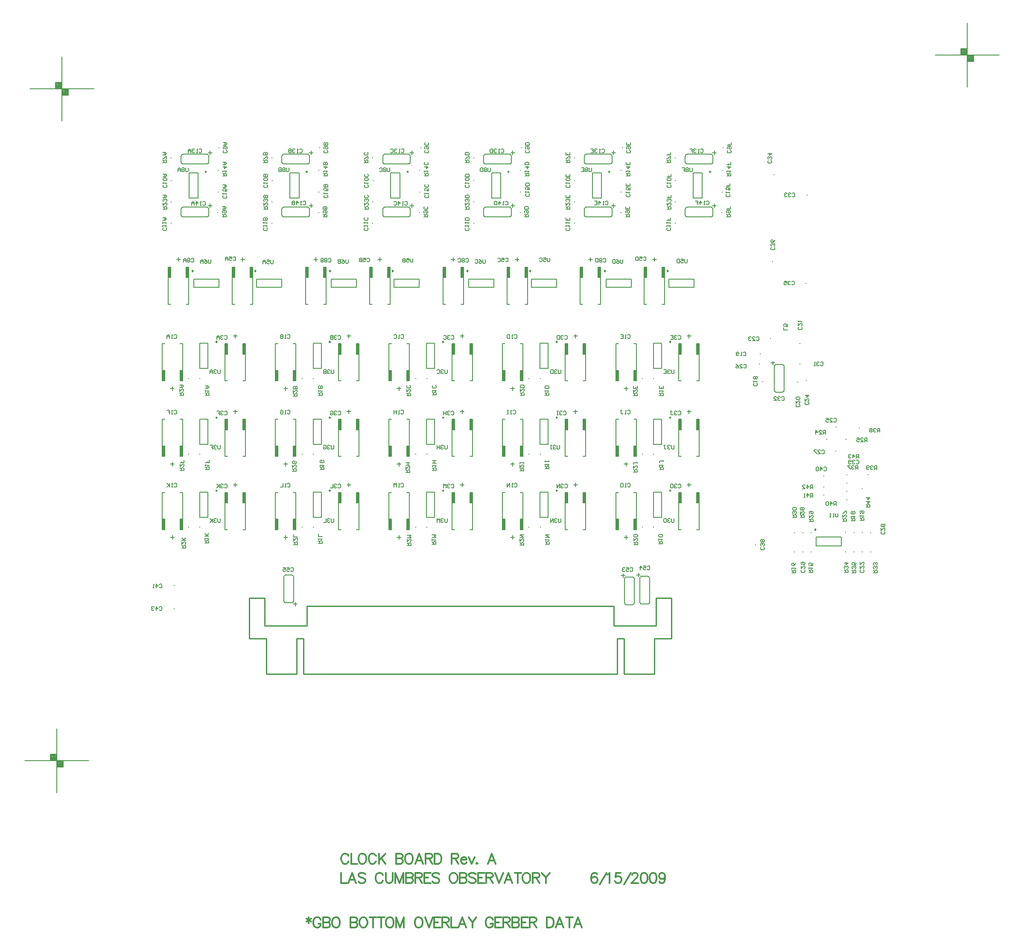
<source format=gbo>
%FSLAX23Y23*%
%MOIN*%
G70*
G01*
G75*
G04 Layer_Color=32896*
%ADD10C,0.005*%
%ADD11C,0.040*%
%ADD12R,0.085X0.138*%
%ADD13R,0.085X0.043*%
%ADD14R,0.085X0.043*%
%ADD15R,0.060X0.086*%
%ADD16R,0.035X0.037*%
%ADD17R,0.035X0.037*%
%ADD18R,0.050X0.050*%
%ADD19O,0.098X0.028*%
%ADD20R,0.135X0.070*%
%ADD21R,0.228X0.228*%
%ADD22O,0.008X0.033*%
%ADD23O,0.033X0.008*%
%ADD24R,0.070X0.135*%
%ADD25R,0.138X0.085*%
%ADD26R,0.043X0.085*%
%ADD27R,0.043X0.085*%
%ADD28R,0.031X0.060*%
%ADD29R,0.014X0.060*%
%ADD30R,0.030X0.100*%
%ADD31R,0.050X0.050*%
%ADD32R,0.048X0.078*%
%ADD33R,0.100X0.100*%
%ADD34O,0.010X0.061*%
%ADD35O,0.061X0.010*%
%ADD36O,0.024X0.087*%
%ADD37R,0.045X0.017*%
%ADD38R,0.028X0.036*%
%ADD39R,0.036X0.036*%
%ADD40R,0.087X0.024*%
%ADD41C,0.020*%
%ADD42C,0.010*%
%ADD43C,0.012*%
%ADD44R,1.181X0.787*%
%ADD45C,0.008*%
%ADD46C,0.012*%
%ADD47C,0.012*%
%ADD48C,0.236*%
%ADD49C,0.050*%
%ADD50C,0.020*%
%ADD51C,0.026*%
%ADD52R,0.059X0.059*%
%ADD53C,0.059*%
%ADD54C,0.024*%
%ADD55C,0.040*%
%ADD56C,0.030*%
%ADD57C,0.033*%
%ADD58C,0.055*%
G04:AMPARAMS|DCode=59|XSize=70mil|YSize=70mil|CornerRadius=0mil|HoleSize=0mil|Usage=FLASHONLY|Rotation=0.000|XOffset=0mil|YOffset=0mil|HoleType=Round|Shape=Relief|Width=10mil|Gap=10mil|Entries=4|*
%AMTHD59*
7,0,0,0.070,0.050,0.010,45*
%
%ADD59THD59*%
%ADD60C,0.007*%
%ADD61C,0.045*%
G04:AMPARAMS|DCode=62|XSize=95.433mil|YSize=95.433mil|CornerRadius=0mil|HoleSize=0mil|Usage=FLASHONLY|Rotation=0.000|XOffset=0mil|YOffset=0mil|HoleType=Round|Shape=Relief|Width=10mil|Gap=10mil|Entries=4|*
%AMTHD62*
7,0,0,0.095,0.075,0.010,45*
%
%ADD62THD62*%
%ADD63R,0.094X0.102*%
%ADD64O,0.087X0.024*%
%ADD65R,0.078X0.048*%
%ADD66O,0.028X0.098*%
%ADD67R,0.075X0.063*%
%ADD68R,1.181X0.787*%
%ADD69C,0.010*%
%ADD70C,0.010*%
%ADD71C,0.024*%
%ADD72C,0.008*%
%ADD73C,0.006*%
%ADD74R,0.240X0.165*%
%ADD75R,0.020X0.082*%
D10*
X15311Y13173D02*
X15316Y13168D01*
Y13158D01*
X15311Y13153D01*
X15291D01*
X15286Y13158D01*
Y13168D01*
X15291Y13173D01*
X15311Y13182D02*
X15316Y13187D01*
Y13197D01*
X15311Y13202D01*
X15306D01*
X15301Y13197D01*
Y13192D01*
Y13197D01*
X15296Y13202D01*
X15291D01*
X15286Y13197D01*
Y13187D01*
X15291Y13182D01*
X15316Y13232D02*
X15311Y13222D01*
X15301Y13212D01*
X15291D01*
X15286Y13217D01*
Y13227D01*
X15291Y13232D01*
X15296D01*
X15301Y13227D01*
Y13212D01*
X15448Y12903D02*
X15453Y12908D01*
X15463D01*
X15468Y12903D01*
Y12884D01*
X15463Y12879D01*
X15453D01*
X15448Y12884D01*
X15438Y12903D02*
X15433Y12908D01*
X15423D01*
X15418Y12903D01*
Y12899D01*
X15423Y12894D01*
X15428D01*
X15423D01*
X15418Y12889D01*
Y12884D01*
X15423Y12879D01*
X15433D01*
X15438Y12884D01*
X15388Y12908D02*
X15408D01*
Y12894D01*
X15398Y12899D01*
X15393D01*
X15388Y12894D01*
Y12884D01*
X15393Y12879D01*
X15403D01*
X15408Y12884D01*
X15286Y13850D02*
X15291Y13845D01*
Y13835D01*
X15286Y13830D01*
X15266D01*
X15261Y13835D01*
Y13845D01*
X15266Y13850D01*
X15286Y13859D02*
X15291Y13864D01*
Y13874D01*
X15286Y13879D01*
X15281D01*
X15276Y13874D01*
Y13869D01*
Y13874D01*
X15271Y13879D01*
X15266D01*
X15261Y13874D01*
Y13864D01*
X15266Y13859D01*
X15261Y13904D02*
X15291D01*
X15276Y13889D01*
Y13909D01*
X15452Y13592D02*
X15457Y13597D01*
X15467D01*
X15472Y13592D01*
Y13573D01*
X15467Y13568D01*
X15457D01*
X15452Y13573D01*
X15442Y13592D02*
X15437Y13597D01*
X15427D01*
X15422Y13592D01*
Y13588D01*
X15427Y13583D01*
X15432D01*
X15427D01*
X15422Y13578D01*
Y13573D01*
X15427Y13568D01*
X15437D01*
X15442Y13573D01*
X15412Y13592D02*
X15407Y13597D01*
X15397D01*
X15392Y13592D01*
Y13588D01*
X15397Y13583D01*
X15402D01*
X15397D01*
X15392Y13578D01*
Y13573D01*
X15397Y13568D01*
X15407D01*
X15412Y13573D01*
X15175Y12111D02*
X15180Y12106D01*
Y12096D01*
X15175Y12091D01*
X15155D01*
X15150Y12096D01*
Y12106D01*
X15155Y12111D01*
X15150Y12120D02*
Y12130D01*
Y12125D01*
X15180D01*
X15175Y12120D01*
Y12145D02*
X15180Y12150D01*
Y12160D01*
X15175Y12165D01*
X15170D01*
X15165Y12160D01*
X15160Y12165D01*
X15155D01*
X15150Y12160D01*
Y12150D01*
X15155Y12145D01*
X15160D01*
X15165Y12150D01*
X15170Y12145D01*
X15175D01*
X15165Y12150D02*
Y12160D01*
X15069Y12351D02*
X15074Y12355D01*
X15084D01*
X15089Y12351D01*
Y12331D01*
X15084Y12326D01*
X15074D01*
X15069Y12331D01*
X15059Y12326D02*
X15049D01*
X15054D01*
Y12355D01*
X15059Y12351D01*
X15034Y12331D02*
X15029Y12326D01*
X15019D01*
X15014Y12331D01*
Y12351D01*
X15019Y12355D01*
X15029D01*
X15034Y12351D01*
Y12346D01*
X15029Y12341D01*
X15014D01*
X15506Y11946D02*
X15511Y11941D01*
Y11931D01*
X15506Y11926D01*
X15486D01*
X15481Y11931D01*
Y11941D01*
X15486Y11946D01*
X15481Y11975D02*
Y11955D01*
X15501Y11975D01*
X15506D01*
X15511Y11970D01*
Y11960D01*
X15506Y11955D01*
Y11985D02*
X15511Y11990D01*
Y12000D01*
X15506Y12005D01*
X15486D01*
X15481Y12000D01*
Y11990D01*
X15486Y11985D01*
X15506D01*
X15525Y12550D02*
X15530Y12545D01*
Y12535D01*
X15525Y12530D01*
X15505D01*
X15500Y12535D01*
Y12545D01*
X15505Y12550D01*
X15500Y12579D02*
Y12559D01*
X15520Y12579D01*
X15525D01*
X15530Y12574D01*
Y12564D01*
X15525Y12559D01*
X15500Y12589D02*
Y12599D01*
Y12594D01*
X15530D01*
X15525Y12589D01*
X15172Y12469D02*
X15177Y12474D01*
X15187D01*
X15192Y12469D01*
Y12450D01*
X15187Y12445D01*
X15177D01*
X15172Y12450D01*
X15142Y12445D02*
X15162D01*
X15142Y12465D01*
Y12469D01*
X15147Y12474D01*
X15157D01*
X15162Y12469D01*
X15132D02*
X15127Y12474D01*
X15117D01*
X15112Y12469D01*
Y12465D01*
X15117Y12460D01*
X15122D01*
X15117D01*
X15112Y12455D01*
Y12450D01*
X15117Y12445D01*
X15127D01*
X15132Y12450D01*
X15576Y11963D02*
X15581Y11958D01*
Y11948D01*
X15576Y11943D01*
X15556D01*
X15551Y11948D01*
Y11958D01*
X15556Y11963D01*
X15551Y11992D02*
Y11972D01*
X15571Y11992D01*
X15576D01*
X15581Y11987D01*
Y11977D01*
X15576Y11972D01*
X15551Y12017D02*
X15581D01*
X15566Y12002D01*
Y12022D01*
X15777Y11833D02*
X15782Y11838D01*
X15792D01*
X15797Y11833D01*
Y11813D01*
X15792Y11808D01*
X15782D01*
X15777Y11813D01*
X15747Y11808D02*
X15767D01*
X15747Y11828D01*
Y11833D01*
X15752Y11838D01*
X15762D01*
X15767Y11833D01*
X15717Y11838D02*
X15737D01*
Y11823D01*
X15727Y11828D01*
X15722D01*
X15717Y11823D01*
Y11813D01*
X15722Y11808D01*
X15732D01*
X15737Y11813D01*
X15073Y12253D02*
X15078Y12258D01*
X15088D01*
X15093Y12253D01*
Y12234D01*
X15088Y12229D01*
X15078D01*
X15073Y12234D01*
X15043Y12229D02*
X15063D01*
X15043Y12249D01*
Y12253D01*
X15048Y12258D01*
X15058D01*
X15063Y12253D01*
X15013Y12258D02*
X15023Y12253D01*
X15033Y12244D01*
Y12234D01*
X15028Y12229D01*
X15018D01*
X15013Y12234D01*
Y12239D01*
X15018Y12244D01*
X15033D01*
X15683Y11585D02*
X15688Y11589D01*
X15698D01*
X15703Y11585D01*
Y11565D01*
X15698Y11560D01*
X15688D01*
X15683Y11565D01*
X15653Y11560D02*
X15673D01*
X15653Y11580D01*
Y11585D01*
X15658Y11589D01*
X15668D01*
X15673Y11585D01*
X15643Y11589D02*
X15623D01*
Y11585D01*
X15643Y11565D01*
Y11560D01*
X16171Y10953D02*
X16176Y10948D01*
Y10938D01*
X16171Y10933D01*
X16151D01*
X16146Y10938D01*
Y10948D01*
X16151Y10953D01*
X16146Y10982D02*
Y10962D01*
X16166Y10982D01*
X16171D01*
X16176Y10977D01*
Y10967D01*
X16171Y10962D01*
Y10992D02*
X16176Y10997D01*
Y11007D01*
X16171Y11012D01*
X16166D01*
X16161Y11007D01*
X16156Y11012D01*
X16151D01*
X16146Y11007D01*
Y10997D01*
X16151Y10992D01*
X16156D01*
X16161Y10997D01*
X16166Y10992D01*
X16171D01*
X16161Y10997D02*
Y11007D01*
X15673Y12273D02*
X15678Y12277D01*
X15688D01*
X15693Y12273D01*
Y12253D01*
X15688Y12248D01*
X15678D01*
X15673Y12253D01*
X15663Y12273D02*
X15658Y12277D01*
X15648D01*
X15643Y12273D01*
Y12268D01*
X15648Y12263D01*
X15653D01*
X15648D01*
X15643Y12258D01*
Y12253D01*
X15648Y12248D01*
X15658D01*
X15663Y12253D01*
X15633Y12248D02*
X15623D01*
X15628D01*
Y12277D01*
X15633Y12273D01*
X15369Y12002D02*
X15374Y12006D01*
X15384D01*
X15389Y12002D01*
Y11982D01*
X15384Y11977D01*
X15374D01*
X15369Y11982D01*
X15359Y12002D02*
X15354Y12006D01*
X15344D01*
X15339Y12002D01*
Y11997D01*
X15344Y11992D01*
X15349D01*
X15344D01*
X15339Y11987D01*
Y11982D01*
X15344Y11977D01*
X15354D01*
X15359Y11982D01*
X15309Y11977D02*
X15329D01*
X15309Y11997D01*
Y12002D01*
X15314Y12006D01*
X15324D01*
X15329Y12002D01*
X15229Y10832D02*
X15234Y10827D01*
Y10817D01*
X15229Y10812D01*
X15209D01*
X15204Y10817D01*
Y10827D01*
X15209Y10832D01*
X15229Y10841D02*
X15234Y10846D01*
Y10856D01*
X15229Y10861D01*
X15224D01*
X15219Y10856D01*
Y10851D01*
Y10856D01*
X15214Y10861D01*
X15209D01*
X15204Y10856D01*
Y10846D01*
X15209Y10841D01*
X15229Y10871D02*
X15234Y10876D01*
Y10886D01*
X15229Y10891D01*
X15224D01*
X15219Y10886D01*
X15214Y10891D01*
X15209D01*
X15204Y10886D01*
Y10876D01*
X15209Y10871D01*
X15214D01*
X15219Y10876D01*
X15224Y10871D01*
X15229D01*
X15219Y10876D02*
Y10886D01*
X15952Y11507D02*
X15957Y11511D01*
X15967D01*
X15972Y11507D01*
Y11487D01*
X15967Y11482D01*
X15957D01*
X15952Y11487D01*
X15942Y11507D02*
X15937Y11511D01*
X15927D01*
X15922Y11507D01*
Y11502D01*
X15927Y11497D01*
X15932D01*
X15927D01*
X15922Y11492D01*
Y11487D01*
X15927Y11482D01*
X15937D01*
X15942Y11487D01*
X15912D02*
X15907Y11482D01*
X15897D01*
X15892Y11487D01*
Y11507D01*
X15897Y11511D01*
X15907D01*
X15912Y11507D01*
Y11502D01*
X15907Y11497D01*
X15892D01*
X15698Y11452D02*
X15703Y11457D01*
X15713D01*
X15718Y11452D01*
Y11432D01*
X15713Y11427D01*
X15703D01*
X15698Y11432D01*
X15673Y11427D02*
Y11457D01*
X15688Y11442D01*
X15668D01*
X15658Y11452D02*
X15653Y11457D01*
X15643D01*
X15638Y11452D01*
Y11432D01*
X15643Y11427D01*
X15653D01*
X15658Y11432D01*
Y11452D01*
X10510Y10538D02*
X10515Y10543D01*
X10525D01*
X10530Y10538D01*
Y10518D01*
X10525Y10513D01*
X10515D01*
X10510Y10518D01*
X10485Y10513D02*
Y10543D01*
X10500Y10528D01*
X10480D01*
X10470Y10513D02*
X10460D01*
X10465D01*
Y10543D01*
X10470Y10538D01*
X10509Y10362D02*
X10514Y10367D01*
X10524D01*
X10529Y10362D01*
Y10342D01*
X10524Y10337D01*
X10514D01*
X10509Y10342D01*
X10484Y10337D02*
Y10367D01*
X10499Y10352D01*
X10479D01*
X10469Y10362D02*
X10464Y10367D01*
X10454D01*
X10449Y10362D01*
Y10357D01*
X10454Y10352D01*
X10459D01*
X10454D01*
X10449Y10347D01*
Y10342D01*
X10454Y10337D01*
X10464D01*
X10469Y10342D01*
X14187Y10667D02*
X14192Y10671D01*
X14202D01*
X14207Y10667D01*
Y10647D01*
X14202Y10642D01*
X14192D01*
X14187Y10647D01*
X14157Y10671D02*
X14177D01*
Y10657D01*
X14167Y10662D01*
X14162D01*
X14157Y10657D01*
Y10647D01*
X14162Y10642D01*
X14172D01*
X14177Y10647D01*
X14147Y10667D02*
X14142Y10671D01*
X14132D01*
X14127Y10667D01*
Y10662D01*
X14132Y10657D01*
X14137D01*
X14132D01*
X14127Y10652D01*
Y10647D01*
X14132Y10642D01*
X14142D01*
X14147Y10647D01*
X14320Y10679D02*
X14325Y10683D01*
X14335D01*
X14340Y10679D01*
Y10659D01*
X14335Y10654D01*
X14325D01*
X14320Y10659D01*
X14290Y10683D02*
X14310D01*
Y10669D01*
X14300Y10674D01*
X14295D01*
X14290Y10669D01*
Y10659D01*
X14295Y10654D01*
X14305D01*
X14310Y10659D01*
X14265Y10654D02*
Y10683D01*
X14280Y10669D01*
X14260D01*
X11536Y10667D02*
X11541Y10671D01*
X11551D01*
X11556Y10667D01*
Y10647D01*
X11551Y10642D01*
X11541D01*
X11536Y10647D01*
X11506Y10671D02*
X11526D01*
Y10657D01*
X11516Y10662D01*
X11511D01*
X11506Y10657D01*
Y10647D01*
X11511Y10642D01*
X11521D01*
X11526Y10647D01*
X11476Y10671D02*
X11496D01*
Y10657D01*
X11486Y10662D01*
X11481D01*
X11476Y10657D01*
Y10647D01*
X11481Y10642D01*
X11491D01*
X11496Y10647D01*
X15912Y11036D02*
X15942D01*
Y11051D01*
X15937Y11056D01*
X15927D01*
X15922Y11051D01*
Y11036D01*
Y11046D02*
X15912Y11056D01*
Y11065D02*
Y11075D01*
Y11070D01*
X15942D01*
X15937Y11065D01*
Y11090D02*
X15942Y11095D01*
Y11105D01*
X15937Y11110D01*
X15932D01*
X15927Y11105D01*
X15922Y11110D01*
X15917D01*
X15912Y11105D01*
Y11095D01*
X15917Y11090D01*
X15922D01*
X15927Y11095D01*
X15932Y11090D01*
X15937D01*
X15927Y11095D02*
Y11105D01*
X15981Y11041D02*
X16011D01*
Y11056D01*
X16006Y11061D01*
X15996D01*
X15991Y11056D01*
Y11041D01*
Y11051D02*
X15981Y11061D01*
Y11070D02*
Y11080D01*
Y11075D01*
X16011D01*
X16006Y11070D01*
X15986Y11095D02*
X15981Y11100D01*
Y11110D01*
X15986Y11115D01*
X16006D01*
X16011Y11110D01*
Y11100D01*
X16006Y11095D01*
X16001D01*
X15996Y11100D01*
Y11115D01*
X15712Y11713D02*
Y11743D01*
X15697D01*
X15692Y11738D01*
Y11728D01*
X15697Y11723D01*
X15712D01*
X15702D02*
X15692Y11713D01*
X15662D02*
X15682D01*
X15662Y11733D01*
Y11738D01*
X15667Y11743D01*
X15677D01*
X15682Y11738D01*
X15637Y11713D02*
Y11743D01*
X15652Y11728D01*
X15632D01*
X16036Y11654D02*
Y11683D01*
X16021D01*
X16016Y11679D01*
Y11669D01*
X16021Y11664D01*
X16036D01*
X16026D02*
X16016Y11654D01*
X15986D02*
X16006D01*
X15986Y11674D01*
Y11679D01*
X15991Y11683D01*
X16001D01*
X16006Y11679D01*
X15956Y11683D02*
X15976D01*
Y11669D01*
X15966Y11674D01*
X15961D01*
X15956Y11669D01*
Y11659D01*
X15961Y11654D01*
X15971D01*
X15976Y11659D01*
X15844Y11035D02*
X15874D01*
Y11050D01*
X15869Y11055D01*
X15859D01*
X15854Y11050D01*
Y11035D01*
Y11045D02*
X15844Y11055D01*
Y11084D02*
Y11064D01*
X15864Y11084D01*
X15869D01*
X15874Y11079D01*
Y11069D01*
X15869Y11064D01*
X15874Y11094D02*
Y11114D01*
X15869D01*
X15849Y11094D01*
X15844D01*
X15454Y11063D02*
X15484D01*
Y11078D01*
X15479Y11083D01*
X15469D01*
X15464Y11078D01*
Y11063D01*
Y11073D02*
X15454Y11083D01*
X15479Y11092D02*
X15484Y11097D01*
Y11107D01*
X15479Y11112D01*
X15474D01*
X15469Y11107D01*
Y11102D01*
Y11107D01*
X15464Y11112D01*
X15459D01*
X15454Y11107D01*
Y11097D01*
X15459Y11092D01*
X15479Y11122D02*
X15484Y11127D01*
Y11137D01*
X15479Y11142D01*
X15459D01*
X15454Y11137D01*
Y11127D01*
X15459Y11122D01*
X15479D01*
X16087Y10631D02*
X16117D01*
Y10646D01*
X16112Y10651D01*
X16102D01*
X16097Y10646D01*
Y10631D01*
Y10641D02*
X16087Y10651D01*
X16112Y10661D02*
X16117Y10666D01*
Y10676D01*
X16112Y10681D01*
X16107D01*
X16102Y10676D01*
Y10671D01*
Y10676D01*
X16097Y10681D01*
X16092D01*
X16087Y10676D01*
Y10666D01*
X16092Y10661D01*
X16112Y10691D02*
X16117Y10696D01*
Y10706D01*
X16112Y10711D01*
X16107D01*
X16102Y10706D01*
Y10701D01*
Y10706D01*
X16097Y10711D01*
X16092D01*
X16087Y10706D01*
Y10696D01*
X16092Y10691D01*
X15858Y10633D02*
X15888D01*
Y10648D01*
X15883Y10653D01*
X15873D01*
X15868Y10648D01*
Y10633D01*
Y10643D02*
X15858Y10653D01*
X15883Y10663D02*
X15888Y10668D01*
Y10678D01*
X15883Y10683D01*
X15878D01*
X15873Y10678D01*
Y10673D01*
Y10678D01*
X15868Y10683D01*
X15863D01*
X15858Y10678D01*
Y10668D01*
X15863Y10663D01*
X15858Y10708D02*
X15888D01*
X15873Y10693D01*
Y10713D01*
X15920Y10632D02*
X15950D01*
Y10647D01*
X15945Y10652D01*
X15935D01*
X15930Y10647D01*
Y10632D01*
Y10642D02*
X15920Y10652D01*
X15945Y10662D02*
X15950Y10667D01*
Y10677D01*
X15945Y10682D01*
X15940D01*
X15935Y10677D01*
Y10672D01*
Y10677D01*
X15930Y10682D01*
X15925D01*
X15920Y10677D01*
Y10667D01*
X15925Y10662D01*
X15950Y10712D02*
Y10692D01*
X15935D01*
X15940Y10702D01*
Y10707D01*
X15935Y10712D01*
X15925D01*
X15920Y10707D01*
Y10697D01*
X15925Y10692D01*
X15964Y11439D02*
Y11468D01*
X15949D01*
X15944Y11464D01*
Y11454D01*
X15949Y11449D01*
X15964D01*
X15954D02*
X15944Y11439D01*
X15934Y11464D02*
X15929Y11468D01*
X15919D01*
X15914Y11464D01*
Y11459D01*
X15919Y11454D01*
X15924D01*
X15919D01*
X15914Y11449D01*
Y11444D01*
X15919Y11439D01*
X15929D01*
X15934Y11444D01*
X15904Y11468D02*
X15884D01*
Y11464D01*
X15904Y11444D01*
Y11439D01*
X16136Y11729D02*
Y11758D01*
X16121D01*
X16116Y11753D01*
Y11744D01*
X16121Y11739D01*
X16136D01*
X16126D02*
X16116Y11729D01*
X16106Y11753D02*
X16101Y11758D01*
X16091D01*
X16086Y11753D01*
Y11749D01*
X16091Y11744D01*
X16096D01*
X16091D01*
X16086Y11739D01*
Y11734D01*
X16091Y11729D01*
X16101D01*
X16106Y11734D01*
X16076Y11753D02*
X16071Y11758D01*
X16061D01*
X16056Y11753D01*
Y11749D01*
X16061Y11744D01*
X16056Y11739D01*
Y11734D01*
X16061Y11729D01*
X16071D01*
X16076Y11734D01*
Y11739D01*
X16071Y11744D01*
X16076Y11749D01*
Y11753D01*
X16071Y11744D02*
X16061D01*
X16113Y11437D02*
Y11467D01*
X16098D01*
X16093Y11462D01*
Y11452D01*
X16098Y11447D01*
X16113D01*
X16103D02*
X16093Y11437D01*
X16083Y11462D02*
X16078Y11467D01*
X16068D01*
X16063Y11462D01*
Y11457D01*
X16068Y11452D01*
X16073D01*
X16068D01*
X16063Y11447D01*
Y11442D01*
X16068Y11437D01*
X16078D01*
X16083Y11442D01*
X16053D02*
X16048Y11437D01*
X16038D01*
X16033Y11442D01*
Y11462D01*
X16038Y11467D01*
X16048D01*
X16053Y11462D01*
Y11457D01*
X16048Y11452D01*
X16033D01*
X15796Y11157D02*
Y11186D01*
X15781D01*
X15776Y11182D01*
Y11172D01*
X15781Y11167D01*
X15796D01*
X15786D02*
X15776Y11157D01*
X15751D02*
Y11186D01*
X15766Y11172D01*
X15746D01*
X15736Y11182D02*
X15731Y11186D01*
X15721D01*
X15716Y11182D01*
Y11162D01*
X15721Y11157D01*
X15731D01*
X15736Y11162D01*
Y11182D01*
X15613Y11222D02*
Y11252D01*
X15598D01*
X15593Y11247D01*
Y11237D01*
X15598Y11232D01*
X15613D01*
X15603D02*
X15593Y11222D01*
X15568D02*
Y11252D01*
X15583Y11237D01*
X15563D01*
X15553Y11222D02*
X15543D01*
X15548D01*
Y11252D01*
X15553Y11247D01*
X15613Y11287D02*
Y11317D01*
X15598D01*
X15593Y11312D01*
Y11302D01*
X15598Y11297D01*
X15613D01*
X15603D02*
X15593Y11287D01*
X15568D02*
Y11317D01*
X15583Y11302D01*
X15563D01*
X15533Y11287D02*
X15553D01*
X15533Y11307D01*
Y11312D01*
X15538Y11317D01*
X15548D01*
X15553Y11312D01*
X15972Y11526D02*
Y11555D01*
X15957D01*
X15952Y11550D01*
Y11541D01*
X15957Y11536D01*
X15972D01*
X15962D02*
X15952Y11526D01*
X15927D02*
Y11555D01*
X15942Y11541D01*
X15922D01*
X15912Y11550D02*
X15907Y11555D01*
X15897D01*
X15892Y11550D01*
Y11546D01*
X15897Y11541D01*
X15902D01*
X15897D01*
X15892Y11536D01*
Y11531D01*
X15897Y11526D01*
X15907D01*
X15912Y11531D01*
X16028Y11143D02*
X16058D01*
Y11158D01*
X16053Y11163D01*
X16043D01*
X16038Y11158D01*
Y11143D01*
Y11153D02*
X16028Y11163D01*
Y11187D02*
X16058D01*
X16043Y11172D01*
Y11192D01*
X16028Y11217D02*
X16058D01*
X16043Y11202D01*
Y11222D01*
X13282Y12487D02*
X13287Y12492D01*
X13297D01*
X13302Y12487D01*
Y12467D01*
X13297Y12462D01*
X13287D01*
X13282Y12467D01*
X13272Y12462D02*
X13262D01*
X13267D01*
Y12492D01*
X13272Y12487D01*
X13247Y12492D02*
Y12462D01*
X13232D01*
X13227Y12467D01*
Y12487D01*
X13232Y12492D01*
X13247D01*
X13644Y11055D02*
Y11030D01*
X13639Y11025D01*
X13629D01*
X13624Y11030D01*
Y11055D01*
X13614Y11050D02*
X13609Y11055D01*
X13599D01*
X13594Y11050D01*
Y11045D01*
X13599Y11040D01*
X13604D01*
X13599D01*
X13594Y11035D01*
Y11030D01*
X13599Y11025D01*
X13609D01*
X13614Y11030D01*
X13584Y11025D02*
Y11055D01*
X13564Y11025D01*
Y11055D01*
X12758D02*
Y11030D01*
X12753Y11025D01*
X12743D01*
X12738Y11030D01*
Y11055D01*
X12728Y11050D02*
X12723Y11055D01*
X12713D01*
X12708Y11050D01*
Y11045D01*
X12713Y11040D01*
X12718D01*
X12713D01*
X12708Y11035D01*
Y11030D01*
X12713Y11025D01*
X12723D01*
X12728Y11030D01*
X12698Y11025D02*
Y11055D01*
X12688Y11045D01*
X12678Y11055D01*
Y11025D01*
X12758Y11626D02*
Y11601D01*
X12753Y11596D01*
X12743D01*
X12738Y11601D01*
Y11626D01*
X12728Y11621D02*
X12723Y11626D01*
X12713D01*
X12708Y11621D01*
Y11616D01*
X12713Y11611D01*
X12718D01*
X12713D01*
X12708Y11606D01*
Y11601D01*
X12713Y11596D01*
X12723D01*
X12728Y11601D01*
X12698Y11626D02*
Y11596D01*
Y11611D01*
X12678D01*
Y11626D01*
Y11596D01*
X11872Y11626D02*
Y11601D01*
X11867Y11596D01*
X11857D01*
X11852Y11601D01*
Y11626D01*
X11842Y11621D02*
X11837Y11626D01*
X11827D01*
X11822Y11621D01*
Y11616D01*
X11827Y11611D01*
X11832D01*
X11827D01*
X11822Y11606D01*
Y11601D01*
X11827Y11596D01*
X11837D01*
X11842Y11601D01*
X11792Y11621D02*
X11797Y11626D01*
X11807D01*
X11812Y11621D01*
Y11601D01*
X11807Y11596D01*
X11797D01*
X11792Y11601D01*
Y11611D01*
X11802D01*
X13327Y10847D02*
X13357D01*
Y10862D01*
X13352Y10867D01*
X13342D01*
X13337Y10862D01*
Y10847D01*
Y10857D02*
X13327Y10867D01*
Y10896D02*
Y10876D01*
X13347Y10896D01*
X13352D01*
X13357Y10891D01*
Y10881D01*
X13352Y10876D01*
X13327Y10906D02*
X13357D01*
X13327Y10926D01*
X13357D01*
X12445Y10845D02*
X12475D01*
Y10860D01*
X12470Y10865D01*
X12460D01*
X12455Y10860D01*
Y10845D01*
Y10855D02*
X12445Y10865D01*
Y10894D02*
Y10874D01*
X12465Y10894D01*
X12470D01*
X12475Y10889D01*
Y10879D01*
X12470Y10874D01*
X12445Y10904D02*
X12475D01*
X12465Y10914D01*
X12475Y10924D01*
X12445D01*
X12437Y11413D02*
X12467D01*
Y11428D01*
X12462Y11433D01*
X12452D01*
X12447Y11428D01*
Y11413D01*
Y11423D02*
X12437Y11433D01*
Y11462D02*
Y11442D01*
X12457Y11462D01*
X12462D01*
X12467Y11457D01*
Y11447D01*
X12462Y11442D01*
X12467Y11472D02*
X12437D01*
X12452D01*
Y11492D01*
X12467D01*
X12437D01*
X11549Y11424D02*
X11579D01*
Y11439D01*
X11574Y11444D01*
X11564D01*
X11559Y11439D01*
Y11424D01*
Y11434D02*
X11549Y11444D01*
Y11473D02*
Y11453D01*
X11569Y11473D01*
X11574D01*
X11579Y11468D01*
Y11458D01*
X11574Y11453D01*
Y11503D02*
X11579Y11498D01*
Y11488D01*
X11574Y11483D01*
X11554D01*
X11549Y11488D01*
Y11498D01*
X11554Y11503D01*
X11564D01*
Y11493D01*
X13524Y10854D02*
X13554D01*
Y10869D01*
X13549Y10874D01*
X13539D01*
X13534Y10869D01*
Y10854D01*
Y10864D02*
X13524Y10874D01*
Y10883D02*
Y10893D01*
Y10888D01*
X13554D01*
X13549Y10883D01*
X13524Y10908D02*
X13554D01*
X13524Y10928D01*
X13554D01*
X12639Y10854D02*
X12669D01*
Y10869D01*
X12664Y10874D01*
X12654D01*
X12649Y10869D01*
Y10854D01*
Y10864D02*
X12639Y10874D01*
Y10883D02*
Y10893D01*
Y10888D01*
X12669D01*
X12664Y10883D01*
X12639Y10908D02*
X12669D01*
X12659Y10918D01*
X12669Y10928D01*
X12639D01*
X12642Y11432D02*
X12672D01*
Y11447D01*
X12667Y11452D01*
X12657D01*
X12652Y11447D01*
Y11432D01*
Y11442D02*
X12642Y11452D01*
Y11461D02*
Y11471D01*
Y11466D01*
X12672D01*
X12667Y11461D01*
X12672Y11486D02*
X12642D01*
X12657D01*
Y11506D01*
X12672D01*
X12642D01*
X11765Y11436D02*
X11795D01*
Y11451D01*
X11790Y11456D01*
X11780D01*
X11775Y11451D01*
Y11436D01*
Y11446D02*
X11765Y11456D01*
Y11465D02*
Y11475D01*
Y11470D01*
X11795D01*
X11790Y11465D01*
Y11510D02*
X11795Y11505D01*
Y11495D01*
X11790Y11490D01*
X11770D01*
X11765Y11495D01*
Y11505D01*
X11770Y11510D01*
X11780D01*
Y11500D01*
X13675Y11318D02*
X13680Y11323D01*
X13690D01*
X13695Y11318D01*
Y11298D01*
X13690Y11293D01*
X13680D01*
X13675Y11298D01*
X13665Y11318D02*
X13660Y11323D01*
X13650D01*
X13645Y11318D01*
Y11313D01*
X13650Y11308D01*
X13655D01*
X13650D01*
X13645Y11303D01*
Y11298D01*
X13650Y11293D01*
X13660D01*
X13665Y11298D01*
X13635Y11293D02*
Y11323D01*
X13615Y11293D01*
Y11323D01*
X12789Y11318D02*
X12794Y11323D01*
X12804D01*
X12809Y11318D01*
Y11298D01*
X12804Y11293D01*
X12794D01*
X12789Y11298D01*
X12779Y11318D02*
X12774Y11323D01*
X12764D01*
X12759Y11318D01*
Y11313D01*
X12764Y11308D01*
X12769D01*
X12764D01*
X12759Y11303D01*
Y11298D01*
X12764Y11293D01*
X12774D01*
X12779Y11298D01*
X12749Y11293D02*
Y11323D01*
X12739Y11313D01*
X12729Y11323D01*
Y11293D01*
X12789Y11888D02*
X12794Y11893D01*
X12804D01*
X12809Y11888D01*
Y11868D01*
X12804Y11863D01*
X12794D01*
X12789Y11868D01*
X12779Y11888D02*
X12774Y11893D01*
X12764D01*
X12759Y11888D01*
Y11883D01*
X12764Y11878D01*
X12769D01*
X12764D01*
X12759Y11873D01*
Y11868D01*
X12764Y11863D01*
X12774D01*
X12779Y11868D01*
X12749Y11893D02*
Y11863D01*
Y11878D01*
X12729D01*
Y11893D01*
Y11863D01*
X11904Y11888D02*
X11909Y11893D01*
X11919D01*
X11924Y11888D01*
Y11868D01*
X11919Y11863D01*
X11909D01*
X11904Y11868D01*
X11894Y11888D02*
X11889Y11893D01*
X11879D01*
X11874Y11888D01*
Y11883D01*
X11879Y11878D01*
X11884D01*
X11879D01*
X11874Y11873D01*
Y11868D01*
X11879Y11863D01*
X11889D01*
X11894Y11868D01*
X11844Y11888D02*
X11849Y11893D01*
X11859D01*
X11864Y11888D01*
Y11868D01*
X11859Y11863D01*
X11849D01*
X11844Y11868D01*
Y11878D01*
X11854D01*
X13282Y11325D02*
X13287Y11330D01*
X13297D01*
X13302Y11325D01*
Y11305D01*
X13297Y11300D01*
X13287D01*
X13282Y11305D01*
X13272Y11300D02*
X13262D01*
X13267D01*
Y11330D01*
X13272Y11325D01*
X13247Y11300D02*
Y11330D01*
X13227Y11300D01*
Y11330D01*
X12396Y11325D02*
X12401Y11330D01*
X12411D01*
X12416Y11325D01*
Y11305D01*
X12411Y11300D01*
X12401D01*
X12396Y11305D01*
X12386Y11300D02*
X12376D01*
X12381D01*
Y11330D01*
X12386Y11325D01*
X12361Y11300D02*
Y11330D01*
X12351Y11320D01*
X12341Y11330D01*
Y11300D01*
X12396Y11896D02*
X12401Y11901D01*
X12411D01*
X12416Y11896D01*
Y11876D01*
X12411Y11871D01*
X12401D01*
X12396Y11876D01*
X12386Y11871D02*
X12376D01*
X12381D01*
Y11901D01*
X12386Y11896D01*
X12361Y11901D02*
Y11871D01*
Y11886D01*
X12341D01*
Y11901D01*
Y11871D01*
X11510Y11896D02*
X11515Y11901D01*
X11525D01*
X11530Y11896D01*
Y11876D01*
X11525Y11871D01*
X11515D01*
X11510Y11876D01*
X11500Y11871D02*
X11490D01*
X11495D01*
Y11901D01*
X11500Y11896D01*
X11455D02*
X11460Y11901D01*
X11470D01*
X11475Y11896D01*
Y11876D01*
X11470Y11871D01*
X11460D01*
X11455Y11876D01*
Y11886D01*
X11465D01*
X11087Y13094D02*
X11092Y13098D01*
X11102D01*
X11107Y13094D01*
Y13074D01*
X11102Y13069D01*
X11092D01*
X11087Y13074D01*
X11057Y13098D02*
X11077D01*
Y13084D01*
X11067Y13089D01*
X11062D01*
X11057Y13084D01*
Y13074D01*
X11062Y13069D01*
X11072D01*
X11077Y13074D01*
X11047Y13069D02*
Y13089D01*
X11037Y13098D01*
X11027Y13089D01*
Y13069D01*
Y13084D01*
X11047D01*
X12131Y13083D02*
X12136Y13088D01*
X12146D01*
X12151Y13083D01*
Y13064D01*
X12146Y13059D01*
X12136D01*
X12131Y13064D01*
X12101Y13088D02*
X12121D01*
Y13074D01*
X12111Y13079D01*
X12106D01*
X12101Y13074D01*
Y13064D01*
X12106Y13059D01*
X12116D01*
X12121Y13064D01*
X12091Y13088D02*
Y13059D01*
X12076D01*
X12071Y13064D01*
Y13069D01*
X12076Y13074D01*
X12091D01*
X12076D01*
X12071Y13079D01*
Y13083D01*
X12076Y13088D01*
X12091D01*
X13213Y13083D02*
X13218Y13088D01*
X13228D01*
X13233Y13083D01*
Y13064D01*
X13228Y13059D01*
X13218D01*
X13213Y13064D01*
X13183Y13088D02*
X13203D01*
Y13074D01*
X13193Y13079D01*
X13188D01*
X13183Y13074D01*
Y13064D01*
X13188Y13059D01*
X13198D01*
X13203Y13064D01*
X13153Y13083D02*
X13158Y13088D01*
X13168D01*
X13173Y13083D01*
Y13064D01*
X13168Y13059D01*
X13158D01*
X13153Y13064D01*
X14290Y13094D02*
X14295Y13098D01*
X14305D01*
X14310Y13094D01*
Y13074D01*
X14305Y13069D01*
X14295D01*
X14290Y13074D01*
X14260Y13098D02*
X14280D01*
Y13084D01*
X14270Y13089D01*
X14265D01*
X14260Y13084D01*
Y13074D01*
X14265Y13069D01*
X14275D01*
X14280Y13074D01*
X14250Y13098D02*
Y13069D01*
X14235D01*
X14230Y13074D01*
Y13094D01*
X14235Y13098D01*
X14250D01*
X10758Y13081D02*
X10763Y13086D01*
X10773D01*
X10778Y13081D01*
Y13061D01*
X10773Y13056D01*
X10763D01*
X10758Y13061D01*
X10748Y13081D02*
X10743Y13086D01*
X10733D01*
X10728Y13081D01*
Y13076D01*
X10733Y13071D01*
X10728Y13066D01*
Y13061D01*
X10733Y13056D01*
X10743D01*
X10748Y13061D01*
Y13066D01*
X10743Y13071D01*
X10748Y13076D01*
Y13081D01*
X10743Y13071D02*
X10733D01*
X10718Y13056D02*
Y13076D01*
X10708Y13086D01*
X10698Y13076D01*
Y13056D01*
Y13071D01*
X10718D01*
X11830Y13081D02*
X11835Y13086D01*
X11845D01*
X11850Y13081D01*
Y13061D01*
X11845Y13056D01*
X11835D01*
X11830Y13061D01*
X11820Y13081D02*
X11815Y13086D01*
X11805D01*
X11800Y13081D01*
Y13076D01*
X11805Y13071D01*
X11800Y13066D01*
Y13061D01*
X11805Y13056D01*
X11815D01*
X11820Y13061D01*
Y13066D01*
X11815Y13071D01*
X11820Y13076D01*
Y13081D01*
X11815Y13071D02*
X11805D01*
X11790Y13086D02*
Y13056D01*
X11776D01*
X11771Y13061D01*
Y13066D01*
X11776Y13071D01*
X11790D01*
X11776D01*
X11771Y13076D01*
Y13081D01*
X11776Y13086D01*
X11790D01*
X12903Y13081D02*
X12908Y13086D01*
X12918D01*
X12923Y13081D01*
Y13061D01*
X12918Y13056D01*
X12908D01*
X12903Y13061D01*
X12893Y13081D02*
X12888Y13086D01*
X12878D01*
X12873Y13081D01*
Y13076D01*
X12878Y13071D01*
X12873Y13066D01*
Y13061D01*
X12878Y13056D01*
X12888D01*
X12893Y13061D01*
Y13066D01*
X12888Y13071D01*
X12893Y13076D01*
Y13081D01*
X12888Y13071D02*
X12878D01*
X12843Y13081D02*
X12848Y13086D01*
X12858D01*
X12863Y13081D01*
Y13061D01*
X12858Y13056D01*
X12848D01*
X12843Y13061D01*
X13976Y13081D02*
X13981Y13086D01*
X13991D01*
X13996Y13081D01*
Y13061D01*
X13991Y13056D01*
X13981D01*
X13976Y13061D01*
X13966Y13081D02*
X13961Y13086D01*
X13951D01*
X13946Y13081D01*
Y13076D01*
X13951Y13071D01*
X13946Y13066D01*
Y13061D01*
X13951Y13056D01*
X13961D01*
X13966Y13061D01*
Y13066D01*
X13961Y13071D01*
X13966Y13076D01*
Y13081D01*
X13961Y13071D02*
X13951D01*
X13936Y13086D02*
Y13056D01*
X13921D01*
X13916Y13061D01*
Y13081D01*
X13921Y13086D01*
X13936D01*
X11400Y13074D02*
Y13049D01*
X11395Y13044D01*
X11385D01*
X11380Y13049D01*
Y13074D01*
X11350D02*
X11370D01*
Y13059D01*
X11360Y13064D01*
X11355D01*
X11350Y13059D01*
Y13049D01*
X11355Y13044D01*
X11365D01*
X11370Y13049D01*
X11340Y13044D02*
Y13064D01*
X11330Y13074D01*
X11320Y13064D01*
Y13044D01*
Y13059D01*
X11340D01*
X12490Y13085D02*
Y13061D01*
X12485Y13056D01*
X12475D01*
X12470Y13061D01*
Y13085D01*
X12440D02*
X12460D01*
Y13071D01*
X12450Y13076D01*
X12445D01*
X12440Y13071D01*
Y13061D01*
X12445Y13056D01*
X12455D01*
X12460Y13061D01*
X12430Y13085D02*
Y13056D01*
X12415D01*
X12410Y13061D01*
Y13066D01*
X12415Y13071D01*
X12430D01*
X12415D01*
X12410Y13076D01*
Y13080D01*
X12415Y13085D01*
X12430D01*
X13559Y13090D02*
Y13066D01*
X13554Y13061D01*
X13544D01*
X13539Y13066D01*
Y13090D01*
X13509D02*
X13529D01*
Y13076D01*
X13519Y13081D01*
X13514D01*
X13509Y13076D01*
Y13066D01*
X13514Y13061D01*
X13524D01*
X13529Y13066D01*
X13479Y13085D02*
X13484Y13090D01*
X13494D01*
X13499Y13085D01*
Y13066D01*
X13494Y13061D01*
X13484D01*
X13479Y13066D01*
X14633Y13081D02*
Y13057D01*
X14628Y13052D01*
X14618D01*
X14613Y13057D01*
Y13081D01*
X14583D02*
X14603D01*
Y13067D01*
X14593Y13072D01*
X14588D01*
X14583Y13067D01*
Y13057D01*
X14588Y13052D01*
X14598D01*
X14603Y13057D01*
X14573Y13081D02*
Y13052D01*
X14558D01*
X14553Y13057D01*
Y13076D01*
X14558Y13081D01*
X14573D01*
X10912Y13078D02*
Y13053D01*
X10907Y13048D01*
X10897D01*
X10892Y13053D01*
Y13078D01*
X10862D02*
X10872Y13073D01*
X10882Y13063D01*
Y13053D01*
X10877Y13048D01*
X10867D01*
X10862Y13053D01*
Y13058D01*
X10867Y13063D01*
X10882D01*
X10852Y13048D02*
Y13068D01*
X10842Y13078D01*
X10832Y13068D01*
Y13048D01*
Y13063D01*
X10852D01*
X11984Y13078D02*
Y13053D01*
X11979Y13048D01*
X11969D01*
X11964Y13053D01*
Y13078D01*
X11934D02*
X11944Y13073D01*
X11954Y13063D01*
Y13053D01*
X11949Y13048D01*
X11939D01*
X11934Y13053D01*
Y13058D01*
X11939Y13063D01*
X11954D01*
X11924Y13078D02*
Y13048D01*
X11909D01*
X11904Y13053D01*
Y13058D01*
X11909Y13063D01*
X11924D01*
X11909D01*
X11904Y13068D01*
Y13073D01*
X11909Y13078D01*
X11924D01*
X13057D02*
Y13053D01*
X13052Y13048D01*
X13042D01*
X13037Y13053D01*
Y13078D01*
X13007D02*
X13017Y13073D01*
X13027Y13063D01*
Y13053D01*
X13022Y13048D01*
X13012D01*
X13007Y13053D01*
Y13058D01*
X13012Y13063D01*
X13027D01*
X12977Y13073D02*
X12982Y13078D01*
X12992D01*
X12997Y13073D01*
Y13053D01*
X12992Y13048D01*
X12982D01*
X12977Y13053D01*
X14130Y13078D02*
Y13053D01*
X14125Y13048D01*
X14115D01*
X14110Y13053D01*
Y13078D01*
X14080D02*
X14090Y13073D01*
X14100Y13063D01*
Y13053D01*
X14095Y13048D01*
X14085D01*
X14080Y13053D01*
Y13058D01*
X14085Y13063D01*
X14100D01*
X14070Y13078D02*
Y13048D01*
X14055D01*
X14050Y13053D01*
Y13073D01*
X14055Y13078D01*
X14070D01*
X14530Y11055D02*
Y11030D01*
X14525Y11025D01*
X14515D01*
X14510Y11030D01*
Y11055D01*
X14500Y11050D02*
X14495Y11055D01*
X14485D01*
X14480Y11050D01*
Y11045D01*
X14485Y11040D01*
X14490D01*
X14485D01*
X14480Y11035D01*
Y11030D01*
X14485Y11025D01*
X14495D01*
X14500Y11030D01*
X14455Y11055D02*
X14465D01*
X14470Y11050D01*
Y11030D01*
X14465Y11025D01*
X14455D01*
X14450Y11030D01*
Y11050D01*
X14455Y11055D01*
X11872D02*
Y11030D01*
X11867Y11025D01*
X11857D01*
X11852Y11030D01*
Y11055D01*
X11842Y11050D02*
X11837Y11055D01*
X11827D01*
X11822Y11050D01*
Y11045D01*
X11827Y11040D01*
X11832D01*
X11827D01*
X11822Y11035D01*
Y11030D01*
X11827Y11025D01*
X11837D01*
X11842Y11030D01*
X11812Y11055D02*
Y11025D01*
X11792D01*
X10987Y11055D02*
Y11030D01*
X10982Y11025D01*
X10972D01*
X10967Y11030D01*
Y11055D01*
X10957Y11050D02*
X10952Y11055D01*
X10942D01*
X10937Y11050D01*
Y11045D01*
X10942Y11040D01*
X10947D01*
X10942D01*
X10937Y11035D01*
Y11030D01*
X10942Y11025D01*
X10952D01*
X10957Y11030D01*
X10927Y11055D02*
Y11025D01*
Y11035D01*
X10907Y11055D01*
X10922Y11040D01*
X10907Y11025D01*
X14530Y11626D02*
Y11601D01*
X14525Y11596D01*
X14515D01*
X14510Y11601D01*
Y11626D01*
X14500Y11621D02*
X14495Y11626D01*
X14485D01*
X14480Y11621D01*
Y11616D01*
X14485Y11611D01*
X14490D01*
X14485D01*
X14480Y11606D01*
Y11601D01*
X14485Y11596D01*
X14495D01*
X14500Y11601D01*
X14450Y11626D02*
X14460D01*
X14455D01*
Y11601D01*
X14460Y11596D01*
X14465D01*
X14470Y11601D01*
X13634Y11626D02*
Y11601D01*
X13629Y11596D01*
X13619D01*
X13614Y11601D01*
Y11626D01*
X13604Y11621D02*
X13599Y11626D01*
X13589D01*
X13584Y11621D01*
Y11616D01*
X13589Y11611D01*
X13594D01*
X13589D01*
X13584Y11606D01*
Y11601D01*
X13589Y11596D01*
X13599D01*
X13604Y11601D01*
X13574Y11626D02*
X13564D01*
X13569D01*
Y11596D01*
X13574D01*
X13564D01*
X10987Y11626D02*
Y11601D01*
X10982Y11596D01*
X10972D01*
X10967Y11601D01*
Y11626D01*
X10957Y11621D02*
X10952Y11626D01*
X10942D01*
X10937Y11621D01*
Y11616D01*
X10942Y11611D01*
X10947D01*
X10942D01*
X10937Y11606D01*
Y11601D01*
X10942Y11596D01*
X10952D01*
X10957Y11601D01*
X10907Y11626D02*
X10927D01*
Y11611D01*
X10917D01*
X10927D01*
Y11596D01*
X14214Y10850D02*
X14244D01*
Y10865D01*
X14239Y10870D01*
X14229D01*
X14224Y10865D01*
Y10850D01*
Y10860D02*
X14214Y10870D01*
Y10899D02*
Y10879D01*
X14234Y10899D01*
X14239D01*
X14244Y10894D01*
Y10884D01*
X14239Y10879D01*
X14244Y10924D02*
Y10914D01*
X14239Y10909D01*
X14219D01*
X14214Y10914D01*
Y10924D01*
X14219Y10929D01*
X14239D01*
X14244Y10924D01*
X11560Y10852D02*
X11590D01*
Y10867D01*
X11585Y10872D01*
X11575D01*
X11570Y10867D01*
Y10852D01*
Y10862D02*
X11560Y10872D01*
Y10901D02*
Y10881D01*
X11580Y10901D01*
X11585D01*
X11590Y10896D01*
Y10886D01*
X11585Y10881D01*
X11590Y10911D02*
X11560D01*
Y10931D01*
X10686Y10824D02*
X10716D01*
Y10839D01*
X10711Y10844D01*
X10701D01*
X10696Y10839D01*
Y10824D01*
Y10834D02*
X10686Y10844D01*
Y10873D02*
Y10853D01*
X10706Y10873D01*
X10711D01*
X10716Y10868D01*
Y10858D01*
X10711Y10853D01*
X10716Y10883D02*
X10686D01*
X10696D01*
X10716Y10903D01*
X10701Y10888D01*
X10686Y10903D01*
X14211Y11417D02*
X14241D01*
Y11432D01*
X14236Y11437D01*
X14226D01*
X14221Y11432D01*
Y11417D01*
Y11427D02*
X14211Y11437D01*
Y11466D02*
Y11446D01*
X14231Y11466D01*
X14236D01*
X14241Y11461D01*
Y11451D01*
X14236Y11446D01*
X14241Y11496D02*
Y11486D01*
Y11491D01*
X14216D01*
X14211Y11486D01*
Y11481D01*
X14216Y11476D01*
X13324Y11426D02*
X13354D01*
Y11441D01*
X13349Y11446D01*
X13339D01*
X13334Y11441D01*
Y11426D01*
Y11436D02*
X13324Y11446D01*
Y11475D02*
Y11455D01*
X13344Y11475D01*
X13349D01*
X13354Y11470D01*
Y11460D01*
X13349Y11455D01*
X13354Y11485D02*
Y11495D01*
Y11490D01*
X13324D01*
Y11485D01*
Y11495D01*
X10671Y11432D02*
X10701D01*
Y11447D01*
X10696Y11452D01*
X10686D01*
X10681Y11447D01*
Y11432D01*
Y11442D02*
X10671Y11452D01*
Y11481D02*
Y11461D01*
X10691Y11481D01*
X10696D01*
X10701Y11476D01*
Y11466D01*
X10696Y11461D01*
X10701Y11511D02*
Y11491D01*
X10686D01*
Y11501D01*
Y11491D01*
X10671D01*
X14410Y10857D02*
X14440D01*
Y10872D01*
X14435Y10877D01*
X14425D01*
X14420Y10872D01*
Y10857D01*
Y10867D02*
X14410Y10877D01*
Y10886D02*
Y10896D01*
Y10891D01*
X14440D01*
X14435Y10886D01*
X14440Y10926D02*
Y10916D01*
X14435Y10911D01*
X14415D01*
X14410Y10916D01*
Y10926D01*
X14415Y10931D01*
X14435D01*
X14440Y10926D01*
X11751Y10861D02*
X11781D01*
Y10876D01*
X11776Y10881D01*
X11766D01*
X11761Y10876D01*
Y10861D01*
Y10871D02*
X11751Y10881D01*
Y10890D02*
Y10900D01*
Y10895D01*
X11781D01*
X11776Y10890D01*
X11781Y10915D02*
X11751D01*
Y10935D01*
X10867Y10863D02*
X10897D01*
Y10878D01*
X10892Y10883D01*
X10882D01*
X10877Y10878D01*
Y10863D01*
Y10873D02*
X10867Y10883D01*
Y10892D02*
Y10902D01*
Y10897D01*
X10897D01*
X10892Y10892D01*
X10897Y10917D02*
X10867D01*
X10877D01*
X10897Y10937D01*
X10882Y10922D01*
X10867Y10937D01*
X14414Y11436D02*
X14444D01*
Y11451D01*
X14439Y11456D01*
X14429D01*
X14424Y11451D01*
Y11436D01*
Y11446D02*
X14414Y11456D01*
Y11465D02*
Y11475D01*
Y11470D01*
X14444D01*
X14439Y11465D01*
X14444Y11510D02*
Y11500D01*
Y11505D01*
X14419D01*
X14414Y11500D01*
Y11495D01*
X14419Y11490D01*
X13522Y11443D02*
X13552D01*
Y11458D01*
X13547Y11463D01*
X13537D01*
X13532Y11458D01*
Y11443D01*
Y11453D02*
X13522Y11463D01*
Y11472D02*
Y11482D01*
Y11477D01*
X13552D01*
X13547Y11472D01*
X13552Y11497D02*
Y11507D01*
Y11502D01*
X13522D01*
Y11497D01*
Y11507D01*
X10869Y11438D02*
X10899D01*
Y11453D01*
X10894Y11458D01*
X10884D01*
X10879Y11453D01*
Y11438D01*
Y11448D02*
X10869Y11458D01*
Y11467D02*
Y11477D01*
Y11472D01*
X10899D01*
X10894Y11467D01*
X10899Y11512D02*
Y11492D01*
X10884D01*
Y11502D01*
Y11492D01*
X10869D01*
X14561Y11318D02*
X14566Y11323D01*
X14576D01*
X14581Y11318D01*
Y11298D01*
X14576Y11293D01*
X14566D01*
X14561Y11298D01*
X14551Y11318D02*
X14546Y11323D01*
X14536D01*
X14531Y11318D01*
Y11313D01*
X14536Y11308D01*
X14541D01*
X14536D01*
X14531Y11303D01*
Y11298D01*
X14536Y11293D01*
X14546D01*
X14551Y11298D01*
X14506Y11323D02*
X14516D01*
X14521Y11318D01*
Y11298D01*
X14516Y11293D01*
X14506D01*
X14501Y11298D01*
Y11318D01*
X14506Y11323D01*
X11904Y11318D02*
X11909Y11323D01*
X11919D01*
X11924Y11318D01*
Y11298D01*
X11919Y11293D01*
X11909D01*
X11904Y11298D01*
X11894Y11318D02*
X11889Y11323D01*
X11879D01*
X11874Y11318D01*
Y11313D01*
X11879Y11308D01*
X11884D01*
X11879D01*
X11874Y11303D01*
Y11298D01*
X11879Y11293D01*
X11889D01*
X11894Y11298D01*
X11864Y11323D02*
Y11293D01*
X11844D01*
X11018Y11318D02*
X11023Y11323D01*
X11033D01*
X11038Y11318D01*
Y11298D01*
X11033Y11293D01*
X11023D01*
X11018Y11298D01*
X11008Y11318D02*
X11003Y11323D01*
X10993D01*
X10988Y11318D01*
Y11313D01*
X10993Y11308D01*
X10998D01*
X10993D01*
X10988Y11303D01*
Y11298D01*
X10993Y11293D01*
X11003D01*
X11008Y11298D01*
X10978Y11323D02*
Y11293D01*
Y11303D01*
X10958Y11323D01*
X10973Y11308D01*
X10958Y11293D01*
X14561Y11888D02*
X14566Y11893D01*
X14576D01*
X14581Y11888D01*
Y11868D01*
X14576Y11863D01*
X14566D01*
X14561Y11868D01*
X14551Y11888D02*
X14546Y11893D01*
X14536D01*
X14531Y11888D01*
Y11883D01*
X14536Y11878D01*
X14541D01*
X14536D01*
X14531Y11873D01*
Y11868D01*
X14536Y11863D01*
X14546D01*
X14551Y11868D01*
X14501Y11893D02*
X14511D01*
X14506D01*
Y11868D01*
X14511Y11863D01*
X14516D01*
X14521Y11868D01*
X13665Y11888D02*
X13670Y11893D01*
X13680D01*
X13685Y11888D01*
Y11868D01*
X13680Y11863D01*
X13670D01*
X13665Y11868D01*
X13655Y11888D02*
X13650Y11893D01*
X13640D01*
X13635Y11888D01*
Y11883D01*
X13640Y11878D01*
X13645D01*
X13640D01*
X13635Y11873D01*
Y11868D01*
X13640Y11863D01*
X13650D01*
X13655Y11868D01*
X13625Y11893D02*
X13615D01*
X13620D01*
Y11863D01*
X13625D01*
X13615D01*
X11018Y11888D02*
X11023Y11893D01*
X11033D01*
X11038Y11888D01*
Y11868D01*
X11033Y11863D01*
X11023D01*
X11018Y11868D01*
X11008Y11888D02*
X11003Y11893D01*
X10993D01*
X10988Y11888D01*
Y11883D01*
X10993Y11878D01*
X10998D01*
X10993D01*
X10988Y11873D01*
Y11868D01*
X10993Y11863D01*
X11003D01*
X11008Y11868D01*
X10958Y11893D02*
X10978D01*
Y11878D01*
X10968D01*
X10978D01*
Y11863D01*
X14167Y11325D02*
X14172Y11330D01*
X14182D01*
X14187Y11325D01*
Y11305D01*
X14182Y11300D01*
X14172D01*
X14167Y11305D01*
X14157Y11300D02*
X14147D01*
X14152D01*
Y11330D01*
X14157Y11325D01*
X14117Y11330D02*
X14127D01*
X14132Y11325D01*
Y11305D01*
X14127Y11300D01*
X14117D01*
X14112Y11305D01*
Y11325D01*
X14117Y11330D01*
X11510Y11325D02*
X11515Y11330D01*
X11525D01*
X11530Y11325D01*
Y11305D01*
X11525Y11300D01*
X11515D01*
X11510Y11305D01*
X11500Y11300D02*
X11490D01*
X11495D01*
Y11330D01*
X11500Y11325D01*
X11475Y11330D02*
Y11300D01*
X11455D01*
X10624Y11325D02*
X10629Y11330D01*
X10639D01*
X10644Y11325D01*
Y11305D01*
X10639Y11300D01*
X10629D01*
X10624Y11305D01*
X10614Y11300D02*
X10604D01*
X10609D01*
Y11330D01*
X10614Y11325D01*
X10589Y11330D02*
Y11300D01*
Y11310D01*
X10569Y11330D01*
X10584Y11315D01*
X10569Y11300D01*
X14167Y11896D02*
X14172Y11901D01*
X14182D01*
X14187Y11896D01*
Y11876D01*
X14182Y11871D01*
X14172D01*
X14167Y11876D01*
X14157Y11871D02*
X14147D01*
X14152D01*
Y11901D01*
X14157Y11896D01*
X14112Y11901D02*
X14122D01*
X14117D01*
Y11876D01*
X14122Y11871D01*
X14127D01*
X14132Y11876D01*
X13272Y11896D02*
X13277Y11901D01*
X13287D01*
X13292Y11896D01*
Y11876D01*
X13287Y11871D01*
X13277D01*
X13272Y11876D01*
X13262Y11871D02*
X13252D01*
X13257D01*
Y11901D01*
X13262Y11896D01*
X13237Y11901D02*
X13227D01*
X13232D01*
Y11871D01*
X13237D01*
X13227D01*
X10624Y11896D02*
X10629Y11901D01*
X10639D01*
X10644Y11896D01*
Y11876D01*
X10639Y11871D01*
X10629D01*
X10624Y11876D01*
X10614Y11871D02*
X10604D01*
X10609D01*
Y11901D01*
X10614Y11896D01*
X10569Y11901D02*
X10589D01*
Y11886D01*
X10579D01*
X10589D01*
Y11871D01*
X14671Y13793D02*
Y13768D01*
X14666Y13763D01*
X14656D01*
X14651Y13768D01*
Y13793D01*
X14641Y13788D02*
X14636Y13793D01*
X14626D01*
X14621Y13788D01*
Y13783D01*
X14626Y13778D01*
X14621Y13773D01*
Y13768D01*
X14626Y13763D01*
X14636D01*
X14641Y13768D01*
Y13773D01*
X14636Y13778D01*
X14641Y13783D01*
Y13788D01*
X14636Y13778D02*
X14626D01*
X14591Y13793D02*
X14611D01*
Y13778D01*
X14601D01*
X14611D01*
Y13763D01*
X14736Y13936D02*
X14741Y13941D01*
X14751D01*
X14756Y13936D01*
Y13917D01*
X14751Y13912D01*
X14741D01*
X14736Y13917D01*
X14726Y13912D02*
X14716D01*
X14721D01*
Y13941D01*
X14726Y13936D01*
X14701D02*
X14696Y13941D01*
X14686D01*
X14681Y13936D01*
Y13932D01*
X14686Y13927D01*
X14691D01*
X14686D01*
X14681Y13922D01*
Y13917D01*
X14686Y13912D01*
X14696D01*
X14701Y13917D01*
X14651Y13941D02*
X14671D01*
Y13927D01*
X14661D01*
X14671D01*
Y13912D01*
X14781Y13531D02*
X14786Y13535D01*
X14796D01*
X14801Y13531D01*
Y13511D01*
X14796Y13506D01*
X14786D01*
X14781Y13511D01*
X14771Y13506D02*
X14761D01*
X14766D01*
Y13535D01*
X14771Y13531D01*
X14731Y13506D02*
Y13535D01*
X14746Y13521D01*
X14726D01*
X14696Y13535D02*
X14716D01*
Y13521D01*
X14706D01*
X14716D01*
Y13506D01*
X13884Y13793D02*
Y13768D01*
X13879Y13763D01*
X13869D01*
X13864Y13768D01*
Y13793D01*
X13854Y13788D02*
X13849Y13793D01*
X13839D01*
X13834Y13788D01*
Y13783D01*
X13839Y13778D01*
X13834Y13773D01*
Y13768D01*
X13839Y13763D01*
X13849D01*
X13854Y13768D01*
Y13773D01*
X13849Y13778D01*
X13854Y13783D01*
Y13788D01*
X13849Y13778D02*
X13839D01*
X13804Y13793D02*
X13824D01*
Y13763D01*
X13804D01*
X13824Y13778D02*
X13814D01*
X13097Y13793D02*
Y13768D01*
X13092Y13763D01*
X13082D01*
X13077Y13768D01*
Y13793D01*
X13067Y13788D02*
X13062Y13793D01*
X13052D01*
X13047Y13788D01*
Y13783D01*
X13052Y13778D01*
X13047Y13773D01*
Y13768D01*
X13052Y13763D01*
X13062D01*
X13067Y13768D01*
Y13773D01*
X13062Y13778D01*
X13067Y13783D01*
Y13788D01*
X13062Y13778D02*
X13052D01*
X13037Y13793D02*
Y13763D01*
X13022D01*
X13017Y13768D01*
Y13788D01*
X13022Y13793D01*
X13037D01*
X12309D02*
Y13768D01*
X12304Y13763D01*
X12294D01*
X12289Y13768D01*
Y13793D01*
X12279Y13788D02*
X12274Y13793D01*
X12264D01*
X12259Y13788D01*
Y13783D01*
X12264Y13778D01*
X12259Y13773D01*
Y13768D01*
X12264Y13763D01*
X12274D01*
X12279Y13768D01*
Y13773D01*
X12274Y13778D01*
X12279Y13783D01*
Y13788D01*
X12274Y13778D02*
X12264D01*
X12229Y13788D02*
X12234Y13793D01*
X12244D01*
X12249Y13788D01*
Y13768D01*
X12244Y13763D01*
X12234D01*
X12229Y13768D01*
X11522Y13793D02*
Y13768D01*
X11517Y13763D01*
X11507D01*
X11502Y13768D01*
Y13793D01*
X11492Y13788D02*
X11487Y13793D01*
X11477D01*
X11472Y13788D01*
Y13783D01*
X11477Y13778D01*
X11472Y13773D01*
Y13768D01*
X11477Y13763D01*
X11487D01*
X11492Y13768D01*
Y13773D01*
X11487Y13778D01*
X11492Y13783D01*
Y13788D01*
X11487Y13778D02*
X11477D01*
X11462Y13793D02*
Y13763D01*
X11447D01*
X11442Y13768D01*
Y13773D01*
X11447Y13778D01*
X11462D01*
X11447D01*
X11442Y13783D01*
Y13788D01*
X11447Y13793D01*
X11462D01*
X10734D02*
Y13768D01*
X10729Y13763D01*
X10719D01*
X10714Y13768D01*
Y13793D01*
X10704Y13788D02*
X10699Y13793D01*
X10689D01*
X10684Y13788D01*
Y13783D01*
X10689Y13778D01*
X10684Y13773D01*
Y13768D01*
X10689Y13763D01*
X10699D01*
X10704Y13768D01*
Y13773D01*
X10699Y13778D01*
X10704Y13783D01*
Y13788D01*
X10699Y13778D02*
X10689D01*
X10674Y13763D02*
Y13783D01*
X10664Y13793D01*
X10654Y13783D01*
Y13763D01*
Y13778D01*
X10674D01*
X10624Y12487D02*
X10629Y12492D01*
X10639D01*
X10644Y12487D01*
Y12467D01*
X10639Y12462D01*
X10629D01*
X10624Y12467D01*
X10614Y12462D02*
X10604D01*
X10609D01*
Y12492D01*
X10614Y12487D01*
X10589Y12462D02*
Y12482D01*
X10579Y12492D01*
X10569Y12482D01*
Y12462D01*
Y12477D01*
X10589D01*
X12396Y12487D02*
X12401Y12492D01*
X12411D01*
X12416Y12487D01*
Y12467D01*
X12411Y12462D01*
X12401D01*
X12396Y12467D01*
X12386Y12462D02*
X12376D01*
X12381D01*
Y12492D01*
X12386Y12487D01*
X12341D02*
X12346Y12492D01*
X12356D01*
X12361Y12487D01*
Y12467D01*
X12356Y12462D01*
X12346D01*
X12341Y12467D01*
X11018Y12479D02*
X11023Y12484D01*
X11033D01*
X11038Y12479D01*
Y12459D01*
X11033Y12454D01*
X11023D01*
X11018Y12459D01*
X11008Y12479D02*
X11003Y12484D01*
X10993D01*
X10988Y12479D01*
Y12474D01*
X10993Y12469D01*
X10998D01*
X10993D01*
X10988Y12464D01*
Y12459D01*
X10993Y12454D01*
X11003D01*
X11008Y12459D01*
X10978Y12454D02*
Y12474D01*
X10968Y12484D01*
X10958Y12474D01*
Y12454D01*
Y12469D01*
X10978D01*
X12789Y12479D02*
X12794Y12484D01*
X12804D01*
X12809Y12479D01*
Y12459D01*
X12804Y12454D01*
X12794D01*
X12789Y12459D01*
X12779Y12479D02*
X12774Y12484D01*
X12764D01*
X12759Y12479D01*
Y12474D01*
X12764Y12469D01*
X12769D01*
X12764D01*
X12759Y12464D01*
Y12459D01*
X12764Y12454D01*
X12774D01*
X12779Y12459D01*
X12729Y12479D02*
X12734Y12484D01*
X12744D01*
X12749Y12479D01*
Y12459D01*
X12744Y12454D01*
X12734D01*
X12729Y12459D01*
X13675Y12479D02*
X13680Y12484D01*
X13690D01*
X13695Y12479D01*
Y12459D01*
X13690Y12454D01*
X13680D01*
X13675Y12459D01*
X13665Y12479D02*
X13660Y12484D01*
X13650D01*
X13645Y12479D01*
Y12474D01*
X13650Y12469D01*
X13655D01*
X13650D01*
X13645Y12464D01*
Y12459D01*
X13650Y12454D01*
X13660D01*
X13665Y12459D01*
X13635Y12484D02*
Y12454D01*
X13620D01*
X13615Y12459D01*
Y12479D01*
X13620Y12484D01*
X13635D01*
X11033Y13930D02*
X11038Y13925D01*
Y13915D01*
X11033Y13910D01*
X11013D01*
X11008Y13915D01*
Y13925D01*
X11013Y13930D01*
Y13940D02*
X11008Y13945D01*
Y13955D01*
X11013Y13960D01*
X11033D01*
X11038Y13955D01*
Y13945D01*
X11033Y13940D01*
X11028D01*
X11023Y13945D01*
Y13960D01*
X11008Y13970D02*
X11028D01*
X11038Y13980D01*
X11028Y13990D01*
X11008D01*
X11023D01*
Y13970D01*
X11820Y13930D02*
X11825Y13925D01*
Y13915D01*
X11820Y13910D01*
X11800D01*
X11795Y13915D01*
Y13925D01*
X11800Y13930D01*
Y13940D02*
X11795Y13945D01*
Y13955D01*
X11800Y13960D01*
X11820D01*
X11825Y13955D01*
Y13945D01*
X11820Y13940D01*
X11815D01*
X11810Y13945D01*
Y13960D01*
X11825Y13970D02*
X11795D01*
Y13985D01*
X11800Y13990D01*
X11805D01*
X11810Y13985D01*
Y13970D01*
Y13985D01*
X11815Y13990D01*
X11820D01*
X11825Y13985D01*
Y13970D01*
X12608Y13930D02*
X12613Y13925D01*
Y13915D01*
X12608Y13910D01*
X12588D01*
X12583Y13915D01*
Y13925D01*
X12588Y13930D01*
Y13940D02*
X12583Y13945D01*
Y13955D01*
X12588Y13960D01*
X12608D01*
X12613Y13955D01*
Y13945D01*
X12608Y13940D01*
X12603D01*
X12598Y13945D01*
Y13960D01*
X12608Y13990D02*
X12613Y13985D01*
Y13975D01*
X12608Y13970D01*
X12588D01*
X12583Y13975D01*
Y13985D01*
X12588Y13990D01*
X13395Y13930D02*
X13400Y13925D01*
Y13915D01*
X13395Y13910D01*
X13375D01*
X13370Y13915D01*
Y13925D01*
X13375Y13930D01*
Y13940D02*
X13370Y13945D01*
Y13955D01*
X13375Y13960D01*
X13395D01*
X13400Y13955D01*
Y13945D01*
X13395Y13940D01*
X13390D01*
X13385Y13945D01*
Y13960D01*
X13400Y13970D02*
X13370D01*
Y13985D01*
X13375Y13990D01*
X13395D01*
X13400Y13985D01*
Y13970D01*
X14183Y13930D02*
X14188Y13925D01*
Y13915D01*
X14183Y13910D01*
X14163D01*
X14158Y13915D01*
Y13925D01*
X14163Y13930D01*
Y13940D02*
X14158Y13945D01*
Y13955D01*
X14163Y13960D01*
X14183D01*
X14188Y13955D01*
Y13945D01*
X14183Y13940D01*
X14178D01*
X14173Y13945D01*
Y13960D01*
X14188Y13990D02*
Y13970D01*
X14158D01*
Y13990D01*
X14173Y13970D02*
Y13980D01*
X14970Y13930D02*
X14975Y13925D01*
Y13915D01*
X14970Y13910D01*
X14950D01*
X14945Y13915D01*
Y13925D01*
X14950Y13930D01*
Y13940D02*
X14945Y13945D01*
Y13955D01*
X14950Y13960D01*
X14970D01*
X14975Y13955D01*
Y13945D01*
X14970Y13940D01*
X14965D01*
X14960Y13945D01*
Y13960D01*
X14975Y13990D02*
Y13970D01*
X14960D01*
Y13980D01*
Y13970D01*
X14945D01*
X10563Y13659D02*
X10568Y13654D01*
Y13644D01*
X10563Y13639D01*
X10543D01*
X10538Y13644D01*
Y13654D01*
X10543Y13659D01*
X10538Y13669D02*
Y13679D01*
Y13674D01*
X10568D01*
X10563Y13669D01*
Y13694D02*
X10568Y13699D01*
Y13709D01*
X10563Y13714D01*
X10543D01*
X10538Y13709D01*
Y13699D01*
X10543Y13694D01*
X10563D01*
X10538Y13724D02*
X10558D01*
X10568Y13734D01*
X10558Y13744D01*
X10538D01*
X10553D01*
Y13724D01*
X11350Y13659D02*
X11355Y13654D01*
Y13644D01*
X11350Y13639D01*
X11330D01*
X11325Y13644D01*
Y13654D01*
X11330Y13659D01*
X11325Y13669D02*
Y13679D01*
Y13674D01*
X11355D01*
X11350Y13669D01*
Y13694D02*
X11355Y13699D01*
Y13709D01*
X11350Y13714D01*
X11330D01*
X11325Y13709D01*
Y13699D01*
X11330Y13694D01*
X11350D01*
X11355Y13724D02*
X11325D01*
Y13739D01*
X11330Y13744D01*
X11335D01*
X11340Y13739D01*
Y13724D01*
Y13739D01*
X11345Y13744D01*
X11350D01*
X11355Y13739D01*
Y13724D01*
X12137Y13659D02*
X12142Y13654D01*
Y13644D01*
X12137Y13639D01*
X12117D01*
X12112Y13644D01*
Y13654D01*
X12117Y13659D01*
X12112Y13669D02*
Y13679D01*
Y13674D01*
X12142D01*
X12137Y13669D01*
Y13694D02*
X12142Y13699D01*
Y13709D01*
X12137Y13714D01*
X12117D01*
X12112Y13709D01*
Y13699D01*
X12117Y13694D01*
X12137D01*
Y13744D02*
X12142Y13739D01*
Y13729D01*
X12137Y13724D01*
X12117D01*
X12112Y13729D01*
Y13739D01*
X12117Y13744D01*
X12925Y13659D02*
X12930Y13654D01*
Y13644D01*
X12925Y13639D01*
X12905D01*
X12900Y13644D01*
Y13654D01*
X12905Y13659D01*
X12900Y13669D02*
Y13679D01*
Y13674D01*
X12930D01*
X12925Y13669D01*
Y13694D02*
X12930Y13699D01*
Y13709D01*
X12925Y13714D01*
X12905D01*
X12900Y13709D01*
Y13699D01*
X12905Y13694D01*
X12925D01*
X12930Y13724D02*
X12900D01*
Y13739D01*
X12905Y13744D01*
X12925D01*
X12930Y13739D01*
Y13724D01*
X13712Y13659D02*
X13717Y13654D01*
Y13644D01*
X13712Y13639D01*
X13692D01*
X13687Y13644D01*
Y13654D01*
X13692Y13659D01*
X13687Y13669D02*
Y13679D01*
Y13674D01*
X13717D01*
X13712Y13669D01*
Y13694D02*
X13717Y13699D01*
Y13709D01*
X13712Y13714D01*
X13692D01*
X13687Y13709D01*
Y13699D01*
X13692Y13694D01*
X13712D01*
X13717Y13744D02*
Y13724D01*
X13687D01*
Y13744D01*
X13702Y13724D02*
Y13734D01*
X14500Y13659D02*
X14505Y13654D01*
Y13644D01*
X14500Y13639D01*
X14480D01*
X14475Y13644D01*
Y13654D01*
X14480Y13659D01*
X14475Y13669D02*
Y13679D01*
Y13674D01*
X14505D01*
X14500Y13669D01*
Y13694D02*
X14505Y13699D01*
Y13709D01*
X14500Y13714D01*
X14480D01*
X14475Y13709D01*
Y13699D01*
X14480Y13694D01*
X14500D01*
X14505Y13744D02*
Y13724D01*
X14490D01*
Y13734D01*
Y13724D01*
X14475D01*
X10561Y13325D02*
X10566Y13320D01*
Y13310D01*
X10561Y13305D01*
X10541D01*
X10536Y13310D01*
Y13320D01*
X10541Y13325D01*
X10536Y13335D02*
Y13345D01*
Y13340D01*
X10566D01*
X10561Y13335D01*
X10536Y13360D02*
Y13370D01*
Y13365D01*
X10566D01*
X10561Y13360D01*
X10536Y13385D02*
X10556D01*
X10566Y13395D01*
X10556Y13405D01*
X10536D01*
X10551D01*
Y13385D01*
X11348Y13325D02*
X11353Y13320D01*
Y13310D01*
X11348Y13305D01*
X11328D01*
X11323Y13310D01*
Y13320D01*
X11328Y13325D01*
X11323Y13335D02*
Y13345D01*
Y13340D01*
X11353D01*
X11348Y13335D01*
X11323Y13360D02*
Y13370D01*
Y13365D01*
X11353D01*
X11348Y13360D01*
X11353Y13385D02*
X11323D01*
Y13400D01*
X11328Y13405D01*
X11333D01*
X11338Y13400D01*
Y13385D01*
Y13400D01*
X11343Y13405D01*
X11348D01*
X11353Y13400D01*
Y13385D01*
X12135Y13325D02*
X12140Y13320D01*
Y13310D01*
X12135Y13305D01*
X12115D01*
X12110Y13310D01*
Y13320D01*
X12115Y13325D01*
X12110Y13335D02*
Y13345D01*
Y13340D01*
X12140D01*
X12135Y13335D01*
X12110Y13360D02*
Y13370D01*
Y13365D01*
X12140D01*
X12135Y13360D01*
Y13405D02*
X12140Y13400D01*
Y13390D01*
X12135Y13385D01*
X12115D01*
X12110Y13390D01*
Y13400D01*
X12115Y13405D01*
X12923Y13325D02*
X12928Y13320D01*
Y13310D01*
X12923Y13305D01*
X12903D01*
X12898Y13310D01*
Y13320D01*
X12903Y13325D01*
X12898Y13335D02*
Y13345D01*
Y13340D01*
X12928D01*
X12923Y13335D01*
X12898Y13360D02*
Y13370D01*
Y13365D01*
X12928D01*
X12923Y13360D01*
X12928Y13385D02*
X12898D01*
Y13400D01*
X12903Y13405D01*
X12923D01*
X12928Y13400D01*
Y13385D01*
X13710Y13325D02*
X13715Y13320D01*
Y13310D01*
X13710Y13305D01*
X13690D01*
X13685Y13310D01*
Y13320D01*
X13690Y13325D01*
X13685Y13335D02*
Y13345D01*
Y13340D01*
X13715D01*
X13710Y13335D01*
X13685Y13360D02*
Y13370D01*
Y13365D01*
X13715D01*
X13710Y13360D01*
X13715Y13405D02*
Y13385D01*
X13685D01*
Y13405D01*
X13700Y13385D02*
Y13395D01*
X14498Y13325D02*
X14503Y13320D01*
Y13310D01*
X14498Y13305D01*
X14478D01*
X14473Y13310D01*
Y13320D01*
X14478Y13325D01*
X14473Y13335D02*
Y13345D01*
Y13340D01*
X14503D01*
X14498Y13335D01*
X14473Y13360D02*
Y13370D01*
Y13365D01*
X14503D01*
X14498Y13360D01*
X14503Y13405D02*
Y13385D01*
X14488D01*
Y13395D01*
Y13385D01*
X14473D01*
X10820Y13936D02*
X10825Y13941D01*
X10835D01*
X10840Y13936D01*
Y13917D01*
X10835Y13912D01*
X10825D01*
X10820Y13917D01*
X10810Y13912D02*
X10800D01*
X10805D01*
Y13941D01*
X10810Y13936D01*
X10785D02*
X10780Y13941D01*
X10770D01*
X10765Y13936D01*
Y13932D01*
X10770Y13927D01*
X10775D01*
X10770D01*
X10765Y13922D01*
Y13917D01*
X10770Y13912D01*
X10780D01*
X10785Y13917D01*
X10755Y13912D02*
Y13932D01*
X10745Y13941D01*
X10735Y13932D01*
Y13912D01*
Y13927D01*
X10755D01*
X11604Y13936D02*
X11609Y13941D01*
X11619D01*
X11624Y13936D01*
Y13917D01*
X11619Y13912D01*
X11609D01*
X11604Y13917D01*
X11594Y13912D02*
X11584D01*
X11589D01*
Y13941D01*
X11594Y13936D01*
X11569D02*
X11564Y13941D01*
X11554D01*
X11549Y13936D01*
Y13932D01*
X11554Y13927D01*
X11559D01*
X11554D01*
X11549Y13922D01*
Y13917D01*
X11554Y13912D01*
X11564D01*
X11569Y13917D01*
X11539Y13941D02*
Y13912D01*
X11524D01*
X11519Y13917D01*
Y13922D01*
X11524Y13927D01*
X11539D01*
X11524D01*
X11519Y13932D01*
Y13936D01*
X11524Y13941D01*
X11539D01*
X12399Y13936D02*
X12404Y13941D01*
X12414D01*
X12419Y13936D01*
Y13917D01*
X12414Y13912D01*
X12404D01*
X12399Y13917D01*
X12389Y13912D02*
X12379D01*
X12384D01*
Y13941D01*
X12389Y13936D01*
X12364D02*
X12359Y13941D01*
X12349D01*
X12344Y13936D01*
Y13932D01*
X12349Y13927D01*
X12354D01*
X12349D01*
X12344Y13922D01*
Y13917D01*
X12349Y13912D01*
X12359D01*
X12364Y13917D01*
X12314Y13936D02*
X12319Y13941D01*
X12329D01*
X12334Y13936D01*
Y13917D01*
X12329Y13912D01*
X12319D01*
X12314Y13917D01*
X13178Y13936D02*
X13183Y13941D01*
X13193D01*
X13198Y13936D01*
Y13917D01*
X13193Y13912D01*
X13183D01*
X13178Y13917D01*
X13168Y13912D02*
X13158D01*
X13163D01*
Y13941D01*
X13168Y13936D01*
X13143D02*
X13138Y13941D01*
X13128D01*
X13123Y13936D01*
Y13932D01*
X13128Y13927D01*
X13133D01*
X13128D01*
X13123Y13922D01*
Y13917D01*
X13128Y13912D01*
X13138D01*
X13143Y13917D01*
X13113Y13941D02*
Y13912D01*
X13098D01*
X13093Y13917D01*
Y13936D01*
X13098Y13941D01*
X13113D01*
X13964Y13936D02*
X13969Y13941D01*
X13979D01*
X13984Y13936D01*
Y13917D01*
X13979Y13912D01*
X13969D01*
X13964Y13917D01*
X13954Y13912D02*
X13944D01*
X13949D01*
Y13941D01*
X13954Y13936D01*
X13929D02*
X13924Y13941D01*
X13914D01*
X13909Y13936D01*
Y13932D01*
X13914Y13927D01*
X13919D01*
X13914D01*
X13909Y13922D01*
Y13917D01*
X13914Y13912D01*
X13924D01*
X13929Y13917D01*
X13879Y13941D02*
X13899D01*
Y13912D01*
X13879D01*
X13899Y13927D02*
X13889D01*
X10848Y13526D02*
X10853Y13531D01*
X10863D01*
X10868Y13526D01*
Y13507D01*
X10863Y13502D01*
X10853D01*
X10848Y13507D01*
X10838Y13502D02*
X10828D01*
X10833D01*
Y13531D01*
X10838Y13526D01*
X10798Y13502D02*
Y13531D01*
X10813Y13517D01*
X10793D01*
X10783Y13502D02*
Y13522D01*
X10773Y13531D01*
X10763Y13522D01*
Y13502D01*
Y13517D01*
X10783D01*
X11632Y13528D02*
X11637Y13533D01*
X11647D01*
X11652Y13528D01*
Y13509D01*
X11647Y13504D01*
X11637D01*
X11632Y13509D01*
X11622Y13504D02*
X11612D01*
X11617D01*
Y13533D01*
X11622Y13528D01*
X11582Y13504D02*
Y13533D01*
X11597Y13519D01*
X11577D01*
X11567Y13533D02*
Y13504D01*
X11552D01*
X11547Y13509D01*
Y13514D01*
X11552Y13519D01*
X11567D01*
X11552D01*
X11547Y13524D01*
Y13528D01*
X11552Y13533D01*
X11567D01*
X12426Y13526D02*
X12431Y13531D01*
X12441D01*
X12446Y13526D01*
Y13507D01*
X12441Y13502D01*
X12431D01*
X12426Y13507D01*
X12416Y13502D02*
X12406D01*
X12411D01*
Y13531D01*
X12416Y13526D01*
X12376Y13502D02*
Y13531D01*
X12391Y13517D01*
X12371D01*
X12341Y13526D02*
X12346Y13531D01*
X12356D01*
X12361Y13526D01*
Y13507D01*
X12356Y13502D01*
X12346D01*
X12341Y13507D01*
X13212Y13528D02*
X13217Y13532D01*
X13227D01*
X13232Y13528D01*
Y13508D01*
X13227Y13503D01*
X13217D01*
X13212Y13508D01*
X13202Y13503D02*
X13192D01*
X13197D01*
Y13532D01*
X13202Y13528D01*
X13162Y13503D02*
Y13532D01*
X13177Y13518D01*
X13157D01*
X13147Y13532D02*
Y13503D01*
X13132D01*
X13127Y13508D01*
Y13528D01*
X13132Y13532D01*
X13147D01*
X13993Y13528D02*
X13998Y13533D01*
X14008D01*
X14013Y13528D01*
Y13509D01*
X14008Y13504D01*
X13998D01*
X13993Y13509D01*
X13983Y13504D02*
X13973D01*
X13978D01*
Y13533D01*
X13983Y13528D01*
X13943Y13504D02*
Y13533D01*
X13958Y13519D01*
X13938D01*
X13908Y13533D02*
X13928D01*
Y13504D01*
X13908D01*
X13928Y13519D02*
X13918D01*
X11031Y13577D02*
X11036Y13572D01*
Y13562D01*
X11031Y13557D01*
X11011D01*
X11006Y13562D01*
Y13572D01*
X11011Y13577D01*
X11006Y13586D02*
Y13596D01*
Y13591D01*
X11036D01*
X11031Y13586D01*
X11036Y13631D02*
Y13611D01*
X11021D01*
X11026Y13621D01*
Y13626D01*
X11021Y13631D01*
X11011D01*
X11006Y13626D01*
Y13616D01*
X11011Y13611D01*
X11006Y13641D02*
X11026D01*
X11036Y13651D01*
X11026Y13661D01*
X11006D01*
X11021D01*
Y13641D01*
X11819Y13580D02*
X11824Y13575D01*
Y13565D01*
X11819Y13560D01*
X11799D01*
X11794Y13565D01*
Y13575D01*
X11799Y13580D01*
X11794Y13590D02*
Y13600D01*
Y13595D01*
X11824D01*
X11819Y13590D01*
X11824Y13635D02*
Y13615D01*
X11809D01*
X11814Y13625D01*
Y13630D01*
X11809Y13635D01*
X11799D01*
X11794Y13630D01*
Y13620D01*
X11799Y13615D01*
X11824Y13645D02*
X11794D01*
Y13660D01*
X11799Y13665D01*
X11804D01*
X11809Y13660D01*
Y13645D01*
Y13660D01*
X11814Y13665D01*
X11819D01*
X11824Y13660D01*
Y13645D01*
X12608Y13579D02*
X12613Y13574D01*
Y13564D01*
X12608Y13559D01*
X12588D01*
X12583Y13564D01*
Y13574D01*
X12588Y13579D01*
X12583Y13588D02*
Y13598D01*
Y13593D01*
X12613D01*
X12608Y13588D01*
X12613Y13633D02*
Y13613D01*
X12598D01*
X12603Y13623D01*
Y13628D01*
X12598Y13633D01*
X12588D01*
X12583Y13628D01*
Y13618D01*
X12588Y13613D01*
X12608Y13663D02*
X12613Y13658D01*
Y13648D01*
X12608Y13643D01*
X12588D01*
X12583Y13648D01*
Y13658D01*
X12588Y13663D01*
X13395Y13591D02*
X13400Y13586D01*
Y13576D01*
X13395Y13571D01*
X13375D01*
X13370Y13576D01*
Y13586D01*
X13375Y13591D01*
X13370Y13600D02*
Y13610D01*
Y13605D01*
X13400D01*
X13395Y13600D01*
X13400Y13645D02*
Y13625D01*
X13385D01*
X13390Y13635D01*
Y13640D01*
X13385Y13645D01*
X13375D01*
X13370Y13640D01*
Y13630D01*
X13375Y13625D01*
X13400Y13655D02*
X13370D01*
Y13670D01*
X13375Y13675D01*
X13395D01*
X13400Y13670D01*
Y13655D01*
X14179Y13588D02*
X14184Y13583D01*
Y13573D01*
X14179Y13568D01*
X14159D01*
X14154Y13573D01*
Y13583D01*
X14159Y13588D01*
X14154Y13597D02*
Y13607D01*
Y13602D01*
X14184D01*
X14179Y13597D01*
X14184Y13642D02*
Y13622D01*
X14169D01*
X14174Y13632D01*
Y13637D01*
X14169Y13642D01*
X14159D01*
X14154Y13637D01*
Y13627D01*
X14159Y13622D01*
X14184Y13672D02*
Y13652D01*
X14154D01*
Y13672D01*
X14169Y13652D02*
Y13662D01*
X14962Y13586D02*
X14967Y13581D01*
Y13571D01*
X14962Y13566D01*
X14942D01*
X14937Y13571D01*
Y13581D01*
X14942Y13586D01*
X14937Y13596D02*
Y13606D01*
Y13601D01*
X14967D01*
X14962Y13596D01*
X14967Y13641D02*
Y13621D01*
X14952D01*
X14957Y13631D01*
Y13636D01*
X14952Y13641D01*
X14942D01*
X14937Y13636D01*
Y13626D01*
X14942Y13621D01*
X14967Y13671D02*
Y13651D01*
X14952D01*
Y13661D01*
Y13651D01*
X14937D01*
X10868Y12017D02*
X10898D01*
Y12032D01*
X10893Y12037D01*
X10883D01*
X10878Y12032D01*
Y12017D01*
Y12027D02*
X10868Y12037D01*
Y12046D02*
Y12056D01*
Y12051D01*
X10898D01*
X10893Y12046D01*
X10868Y12071D02*
X10888D01*
X10898Y12081D01*
X10888Y12091D01*
X10868D01*
X10883D01*
Y12071D01*
X12642Y12019D02*
X12672D01*
Y12034D01*
X12667Y12039D01*
X12657D01*
X12652Y12034D01*
Y12019D01*
Y12029D02*
X12642Y12039D01*
Y12048D02*
Y12058D01*
Y12053D01*
X12672D01*
X12667Y12048D01*
Y12093D02*
X12672Y12088D01*
Y12078D01*
X12667Y12073D01*
X12647D01*
X12642Y12078D01*
Y12088D01*
X12647Y12093D01*
X13522Y12018D02*
X13552D01*
Y12033D01*
X13547Y12038D01*
X13537D01*
X13532Y12033D01*
Y12018D01*
Y12028D02*
X13522Y12038D01*
Y12047D02*
Y12057D01*
Y12052D01*
X13552D01*
X13547Y12047D01*
X13552Y12072D02*
X13522D01*
Y12087D01*
X13527Y12092D01*
X13547D01*
X13552Y12087D01*
Y12072D01*
X10668Y12018D02*
X10698D01*
Y12033D01*
X10693Y12038D01*
X10683D01*
X10678Y12033D01*
Y12018D01*
Y12028D02*
X10668Y12038D01*
Y12067D02*
Y12047D01*
X10688Y12067D01*
X10693D01*
X10698Y12062D01*
Y12052D01*
X10693Y12047D01*
X10668Y12077D02*
X10688D01*
X10698Y12087D01*
X10688Y12097D01*
X10668D01*
X10683D01*
Y12077D01*
X12442Y12015D02*
X12472D01*
Y12030D01*
X12467Y12035D01*
X12457D01*
X12452Y12030D01*
Y12015D01*
Y12025D02*
X12442Y12035D01*
Y12064D02*
Y12044D01*
X12462Y12064D01*
X12467D01*
X12472Y12059D01*
Y12049D01*
X12467Y12044D01*
Y12094D02*
X12472Y12089D01*
Y12079D01*
X12467Y12074D01*
X12447D01*
X12442Y12079D01*
Y12089D01*
X12447Y12094D01*
X13328Y12018D02*
X13358D01*
Y12033D01*
X13353Y12038D01*
X13343D01*
X13338Y12033D01*
Y12018D01*
Y12028D02*
X13328Y12038D01*
Y12067D02*
Y12047D01*
X13348Y12067D01*
X13353D01*
X13358Y12062D01*
Y12052D01*
X13353Y12047D01*
X13358Y12077D02*
X13328D01*
Y12092D01*
X13333Y12097D01*
X13353D01*
X13358Y12092D01*
Y12077D01*
X10536Y13834D02*
X10566D01*
Y13849D01*
X10561Y13854D01*
X10551D01*
X10546Y13849D01*
Y13834D01*
Y13844D02*
X10536Y13854D01*
X10566Y13864D02*
Y13884D01*
X10561D01*
X10541Y13864D01*
X10536D01*
Y13894D02*
X10556D01*
X10566Y13904D01*
X10556Y13914D01*
X10536D01*
X10551D01*
Y13894D01*
X11323Y13834D02*
X11353D01*
Y13849D01*
X11348Y13854D01*
X11338D01*
X11333Y13849D01*
Y13834D01*
Y13844D02*
X11323Y13854D01*
X11353Y13864D02*
Y13884D01*
X11348D01*
X11328Y13864D01*
X11323D01*
X11353Y13894D02*
X11323D01*
Y13909D01*
X11328Y13914D01*
X11333D01*
X11338Y13909D01*
Y13894D01*
Y13909D01*
X11343Y13914D01*
X11348D01*
X11353Y13909D01*
Y13894D01*
X12110Y13834D02*
X12140D01*
Y13849D01*
X12135Y13854D01*
X12125D01*
X12120Y13849D01*
Y13834D01*
Y13844D02*
X12110Y13854D01*
X12140Y13864D02*
Y13884D01*
X12135D01*
X12115Y13864D01*
X12110D01*
X12135Y13914D02*
X12140Y13909D01*
Y13899D01*
X12135Y13894D01*
X12115D01*
X12110Y13899D01*
Y13909D01*
X12115Y13914D01*
X12898Y13834D02*
X12928D01*
Y13849D01*
X12923Y13854D01*
X12913D01*
X12908Y13849D01*
Y13834D01*
Y13844D02*
X12898Y13854D01*
X12928Y13864D02*
Y13884D01*
X12923D01*
X12903Y13864D01*
X12898D01*
X12928Y13894D02*
X12898D01*
Y13909D01*
X12903Y13914D01*
X12923D01*
X12928Y13909D01*
Y13894D01*
X13685Y13834D02*
X13715D01*
Y13849D01*
X13710Y13854D01*
X13700D01*
X13695Y13849D01*
Y13834D01*
Y13844D02*
X13685Y13854D01*
X13715Y13864D02*
Y13884D01*
X13710D01*
X13690Y13864D01*
X13685D01*
X13715Y13914D02*
Y13894D01*
X13685D01*
Y13914D01*
X13700Y13894D02*
Y13904D01*
X14473Y13834D02*
X14503D01*
Y13849D01*
X14498Y13854D01*
X14488D01*
X14483Y13849D01*
Y13834D01*
Y13844D02*
X14473Y13854D01*
X14503Y13864D02*
Y13884D01*
X14498D01*
X14478Y13864D01*
X14473D01*
X14503Y13914D02*
Y13894D01*
X14488D01*
Y13904D01*
Y13894D01*
X14473D01*
X11001Y13410D02*
X11031D01*
Y13425D01*
X11026Y13430D01*
X11016D01*
X11011Y13425D01*
Y13410D01*
Y13420D02*
X11001Y13430D01*
X11006Y13440D02*
X11001Y13445D01*
Y13455D01*
X11006Y13460D01*
X11026D01*
X11031Y13455D01*
Y13445D01*
X11026Y13440D01*
X11021D01*
X11016Y13445D01*
Y13460D01*
X11001Y13470D02*
X11021D01*
X11031Y13480D01*
X11021Y13490D01*
X11001D01*
X11016D01*
Y13470D01*
X11789Y13410D02*
X11819D01*
Y13425D01*
X11814Y13430D01*
X11804D01*
X11799Y13425D01*
Y13410D01*
Y13420D02*
X11789Y13430D01*
X11794Y13440D02*
X11789Y13445D01*
Y13455D01*
X11794Y13460D01*
X11814D01*
X11819Y13455D01*
Y13445D01*
X11814Y13440D01*
X11809D01*
X11804Y13445D01*
Y13460D01*
X11819Y13470D02*
X11789D01*
Y13485D01*
X11794Y13490D01*
X11799D01*
X11804Y13485D01*
Y13470D01*
Y13485D01*
X11809Y13490D01*
X11814D01*
X11819Y13485D01*
Y13470D01*
X12576Y13410D02*
X12606D01*
Y13425D01*
X12601Y13430D01*
X12591D01*
X12586Y13425D01*
Y13410D01*
Y13420D02*
X12576Y13430D01*
X12581Y13440D02*
X12576Y13445D01*
Y13455D01*
X12581Y13460D01*
X12601D01*
X12606Y13455D01*
Y13445D01*
X12601Y13440D01*
X12596D01*
X12591Y13445D01*
Y13460D01*
X12601Y13490D02*
X12606Y13485D01*
Y13475D01*
X12601Y13470D01*
X12581D01*
X12576Y13475D01*
Y13485D01*
X12581Y13490D01*
X13363Y13410D02*
X13393D01*
Y13425D01*
X13388Y13430D01*
X13378D01*
X13373Y13425D01*
Y13410D01*
Y13420D02*
X13363Y13430D01*
X13368Y13440D02*
X13363Y13445D01*
Y13455D01*
X13368Y13460D01*
X13388D01*
X13393Y13455D01*
Y13445D01*
X13388Y13440D01*
X13383D01*
X13378Y13445D01*
Y13460D01*
X13393Y13470D02*
X13363D01*
Y13485D01*
X13368Y13490D01*
X13388D01*
X13393Y13485D01*
Y13470D01*
X14151Y13410D02*
X14181D01*
Y13425D01*
X14176Y13430D01*
X14166D01*
X14161Y13425D01*
Y13410D01*
Y13420D02*
X14151Y13430D01*
X14156Y13440D02*
X14151Y13445D01*
Y13455D01*
X14156Y13460D01*
X14176D01*
X14181Y13455D01*
Y13445D01*
X14176Y13440D01*
X14171D01*
X14166Y13445D01*
Y13460D01*
X14181Y13490D02*
Y13470D01*
X14151D01*
Y13490D01*
X14166Y13470D02*
Y13480D01*
X14938Y13410D02*
X14968D01*
Y13425D01*
X14963Y13430D01*
X14953D01*
X14948Y13425D01*
Y13410D01*
Y13420D02*
X14938Y13430D01*
X14943Y13440D02*
X14938Y13445D01*
Y13455D01*
X14943Y13460D01*
X14963D01*
X14968Y13455D01*
Y13445D01*
X14963Y13440D01*
X14958D01*
X14953Y13445D01*
Y13460D01*
X14968Y13490D02*
Y13470D01*
X14953D01*
Y13480D01*
Y13470D01*
X14938D01*
X11005Y13732D02*
X11035D01*
Y13747D01*
X11030Y13752D01*
X11020D01*
X11015Y13747D01*
Y13732D01*
Y13742D02*
X11005Y13752D01*
Y13762D02*
Y13772D01*
Y13767D01*
X11035D01*
X11030Y13762D01*
X11005Y13802D02*
X11035D01*
X11020Y13787D01*
Y13807D01*
X11005Y13817D02*
X11025D01*
X11035Y13827D01*
X11025Y13837D01*
X11005D01*
X11020D01*
Y13817D01*
X11792Y13732D02*
X11822D01*
Y13747D01*
X11817Y13752D01*
X11807D01*
X11802Y13747D01*
Y13732D01*
Y13742D02*
X11792Y13752D01*
Y13762D02*
Y13772D01*
Y13767D01*
X11822D01*
X11817Y13762D01*
X11792Y13802D02*
X11822D01*
X11807Y13787D01*
Y13807D01*
X11822Y13817D02*
X11792D01*
Y13832D01*
X11797Y13837D01*
X11802D01*
X11807Y13832D01*
Y13817D01*
Y13832D01*
X11812Y13837D01*
X11817D01*
X11822Y13832D01*
Y13817D01*
X12580Y13732D02*
X12610D01*
Y13747D01*
X12605Y13752D01*
X12595D01*
X12590Y13747D01*
Y13732D01*
Y13742D02*
X12580Y13752D01*
Y13762D02*
Y13772D01*
Y13767D01*
X12610D01*
X12605Y13762D01*
X12580Y13802D02*
X12610D01*
X12595Y13787D01*
Y13807D01*
X12605Y13837D02*
X12610Y13832D01*
Y13822D01*
X12605Y13817D01*
X12585D01*
X12580Y13822D01*
Y13832D01*
X12585Y13837D01*
X13367Y13732D02*
X13397D01*
Y13747D01*
X13392Y13752D01*
X13382D01*
X13377Y13747D01*
Y13732D01*
Y13742D02*
X13367Y13752D01*
Y13762D02*
Y13772D01*
Y13767D01*
X13397D01*
X13392Y13762D01*
X13367Y13802D02*
X13397D01*
X13382Y13787D01*
Y13807D01*
X13397Y13817D02*
X13367D01*
Y13832D01*
X13372Y13837D01*
X13392D01*
X13397Y13832D01*
Y13817D01*
X14155Y13732D02*
X14185D01*
Y13747D01*
X14180Y13752D01*
X14170D01*
X14165Y13747D01*
Y13732D01*
Y13742D02*
X14155Y13752D01*
Y13762D02*
Y13772D01*
Y13767D01*
X14185D01*
X14180Y13762D01*
X14155Y13802D02*
X14185D01*
X14170Y13787D01*
Y13807D01*
X14185Y13837D02*
Y13817D01*
X14155D01*
Y13837D01*
X14170Y13817D02*
Y13827D01*
X14942Y13732D02*
X14972D01*
Y13747D01*
X14967Y13752D01*
X14957D01*
X14952Y13747D01*
Y13732D01*
Y13742D02*
X14942Y13752D01*
Y13762D02*
Y13772D01*
Y13767D01*
X14972D01*
X14967Y13762D01*
X14942Y13802D02*
X14972D01*
X14957Y13787D01*
Y13807D01*
X14972Y13837D02*
Y13817D01*
X14957D01*
Y13827D01*
Y13817D01*
X14942D01*
X10538Y13470D02*
X10568D01*
Y13485D01*
X10563Y13490D01*
X10553D01*
X10548Y13485D01*
Y13470D01*
Y13480D02*
X10538Y13490D01*
Y13520D02*
Y13500D01*
X10558Y13520D01*
X10563D01*
X10568Y13515D01*
Y13505D01*
X10563Y13500D01*
Y13530D02*
X10568Y13535D01*
Y13545D01*
X10563Y13550D01*
X10558D01*
X10553Y13545D01*
Y13540D01*
Y13545D01*
X10548Y13550D01*
X10543D01*
X10538Y13545D01*
Y13535D01*
X10543Y13530D01*
X10538Y13560D02*
X10558D01*
X10568Y13570D01*
X10558Y13580D01*
X10538D01*
X10553D01*
Y13560D01*
X11325Y13470D02*
X11355D01*
Y13485D01*
X11350Y13490D01*
X11340D01*
X11335Y13485D01*
Y13470D01*
Y13480D02*
X11325Y13490D01*
Y13520D02*
Y13500D01*
X11345Y13520D01*
X11350D01*
X11355Y13515D01*
Y13505D01*
X11350Y13500D01*
Y13530D02*
X11355Y13535D01*
Y13545D01*
X11350Y13550D01*
X11345D01*
X11340Y13545D01*
Y13540D01*
Y13545D01*
X11335Y13550D01*
X11330D01*
X11325Y13545D01*
Y13535D01*
X11330Y13530D01*
X11355Y13560D02*
X11325D01*
Y13575D01*
X11330Y13580D01*
X11335D01*
X11340Y13575D01*
Y13560D01*
Y13575D01*
X11345Y13580D01*
X11350D01*
X11355Y13575D01*
Y13560D01*
X12112Y13470D02*
X12142D01*
Y13485D01*
X12137Y13490D01*
X12127D01*
X12122Y13485D01*
Y13470D01*
Y13480D02*
X12112Y13490D01*
Y13520D02*
Y13500D01*
X12132Y13520D01*
X12137D01*
X12142Y13515D01*
Y13505D01*
X12137Y13500D01*
Y13530D02*
X12142Y13535D01*
Y13545D01*
X12137Y13550D01*
X12132D01*
X12127Y13545D01*
Y13540D01*
Y13545D01*
X12122Y13550D01*
X12117D01*
X12112Y13545D01*
Y13535D01*
X12117Y13530D01*
X12137Y13580D02*
X12142Y13575D01*
Y13565D01*
X12137Y13560D01*
X12117D01*
X12112Y13565D01*
Y13575D01*
X12117Y13580D01*
X12900Y13470D02*
X12930D01*
Y13485D01*
X12925Y13490D01*
X12915D01*
X12910Y13485D01*
Y13470D01*
Y13480D02*
X12900Y13490D01*
Y13520D02*
Y13500D01*
X12920Y13520D01*
X12925D01*
X12930Y13515D01*
Y13505D01*
X12925Y13500D01*
Y13530D02*
X12930Y13535D01*
Y13545D01*
X12925Y13550D01*
X12920D01*
X12915Y13545D01*
Y13540D01*
Y13545D01*
X12910Y13550D01*
X12905D01*
X12900Y13545D01*
Y13535D01*
X12905Y13530D01*
X12930Y13560D02*
X12900D01*
Y13575D01*
X12905Y13580D01*
X12925D01*
X12930Y13575D01*
Y13560D01*
X13687Y13470D02*
X13717D01*
Y13485D01*
X13712Y13490D01*
X13702D01*
X13697Y13485D01*
Y13470D01*
Y13480D02*
X13687Y13490D01*
Y13520D02*
Y13500D01*
X13707Y13520D01*
X13712D01*
X13717Y13515D01*
Y13505D01*
X13712Y13500D01*
Y13530D02*
X13717Y13535D01*
Y13545D01*
X13712Y13550D01*
X13707D01*
X13702Y13545D01*
Y13540D01*
Y13545D01*
X13697Y13550D01*
X13692D01*
X13687Y13545D01*
Y13535D01*
X13692Y13530D01*
X13717Y13580D02*
Y13560D01*
X13687D01*
Y13580D01*
X13702Y13560D02*
Y13570D01*
X14475Y13470D02*
X14505D01*
Y13485D01*
X14500Y13490D01*
X14490D01*
X14485Y13485D01*
Y13470D01*
Y13480D02*
X14475Y13490D01*
Y13520D02*
Y13500D01*
X14495Y13520D01*
X14500D01*
X14505Y13515D01*
Y13505D01*
X14500Y13500D01*
Y13530D02*
X14505Y13535D01*
Y13545D01*
X14500Y13550D01*
X14495D01*
X14490Y13545D01*
Y13540D01*
Y13545D01*
X14485Y13550D01*
X14480D01*
X14475Y13545D01*
Y13535D01*
X14480Y13530D01*
X14505Y13580D02*
Y13560D01*
X14490D01*
Y13570D01*
Y13560D01*
X14475D01*
X10987Y12216D02*
Y12191D01*
X10982Y12186D01*
X10972D01*
X10967Y12191D01*
Y12216D01*
X10957Y12211D02*
X10952Y12216D01*
X10942D01*
X10937Y12211D01*
Y12206D01*
X10942Y12201D01*
X10947D01*
X10942D01*
X10937Y12196D01*
Y12191D01*
X10942Y12186D01*
X10952D01*
X10957Y12191D01*
X10927Y12186D02*
Y12206D01*
X10917Y12216D01*
X10907Y12206D01*
Y12186D01*
Y12201D01*
X10927D01*
X12758Y12216D02*
Y12191D01*
X12753Y12186D01*
X12743D01*
X12738Y12191D01*
Y12216D01*
X12728Y12211D02*
X12723Y12216D01*
X12713D01*
X12708Y12211D01*
Y12206D01*
X12713Y12201D01*
X12718D01*
X12713D01*
X12708Y12196D01*
Y12191D01*
X12713Y12186D01*
X12723D01*
X12728Y12191D01*
X12678Y12211D02*
X12683Y12216D01*
X12693D01*
X12698Y12211D01*
Y12191D01*
X12693Y12186D01*
X12683D01*
X12678Y12191D01*
X13644Y12216D02*
Y12191D01*
X13639Y12186D01*
X13629D01*
X13624Y12191D01*
Y12216D01*
X13614Y12211D02*
X13609Y12216D01*
X13599D01*
X13594Y12211D01*
Y12206D01*
X13599Y12201D01*
X13604D01*
X13599D01*
X13594Y12196D01*
Y12191D01*
X13599Y12186D01*
X13609D01*
X13614Y12191D01*
X13584Y12216D02*
Y12186D01*
X13569D01*
X13564Y12191D01*
Y12211D01*
X13569Y12216D01*
X13584D01*
X11510Y12487D02*
X11515Y12492D01*
X11525D01*
X11530Y12487D01*
Y12467D01*
X11525Y12462D01*
X11515D01*
X11510Y12467D01*
X11500Y12462D02*
X11490D01*
X11495D01*
Y12492D01*
X11500Y12487D01*
X11475Y12492D02*
Y12462D01*
X11460D01*
X11455Y12467D01*
Y12472D01*
X11460Y12477D01*
X11475D01*
X11460D01*
X11455Y12482D01*
Y12487D01*
X11460Y12492D01*
X11475D01*
X14167Y12487D02*
X14172Y12492D01*
X14182D01*
X14187Y12487D01*
Y12467D01*
X14182Y12462D01*
X14172D01*
X14167Y12467D01*
X14157Y12462D02*
X14147D01*
X14152D01*
Y12492D01*
X14157Y12487D01*
X14112Y12492D02*
X14132D01*
Y12462D01*
X14112D01*
X14132Y12477D02*
X14122D01*
X11904Y12479D02*
X11909Y12484D01*
X11919D01*
X11924Y12479D01*
Y12459D01*
X11919Y12454D01*
X11909D01*
X11904Y12459D01*
X11894Y12479D02*
X11889Y12484D01*
X11879D01*
X11874Y12479D01*
Y12474D01*
X11879Y12469D01*
X11884D01*
X11879D01*
X11874Y12464D01*
Y12459D01*
X11879Y12454D01*
X11889D01*
X11894Y12459D01*
X11864Y12484D02*
Y12454D01*
X11849D01*
X11844Y12459D01*
Y12464D01*
X11849Y12469D01*
X11864D01*
X11849D01*
X11844Y12474D01*
Y12479D01*
X11849Y12484D01*
X11864D01*
X14561Y12479D02*
X14566Y12484D01*
X14576D01*
X14581Y12479D01*
Y12459D01*
X14576Y12454D01*
X14566D01*
X14561Y12459D01*
X14551Y12479D02*
X14546Y12484D01*
X14536D01*
X14531Y12479D01*
Y12474D01*
X14536Y12469D01*
X14541D01*
X14536D01*
X14531Y12464D01*
Y12459D01*
X14536Y12454D01*
X14546D01*
X14551Y12459D01*
X14501Y12484D02*
X14521D01*
Y12454D01*
X14501D01*
X14521Y12469D02*
X14511D01*
X11753Y12018D02*
X11783D01*
Y12033D01*
X11778Y12038D01*
X11768D01*
X11763Y12033D01*
Y12018D01*
Y12028D02*
X11753Y12038D01*
Y12047D02*
Y12057D01*
Y12052D01*
X11783D01*
X11778Y12047D01*
X11783Y12072D02*
X11753D01*
Y12087D01*
X11758Y12092D01*
X11763D01*
X11768Y12087D01*
Y12072D01*
Y12087D01*
X11773Y12092D01*
X11778D01*
X11783Y12087D01*
Y12072D01*
X14416Y12015D02*
X14446D01*
Y12030D01*
X14441Y12035D01*
X14431D01*
X14426Y12030D01*
Y12015D01*
Y12025D02*
X14416Y12035D01*
Y12044D02*
Y12054D01*
Y12049D01*
X14446D01*
X14441Y12044D01*
X14446Y12089D02*
Y12069D01*
X14416D01*
Y12089D01*
X14431Y12069D02*
Y12079D01*
X11556Y12009D02*
X11586D01*
Y12024D01*
X11581Y12029D01*
X11571D01*
X11566Y12024D01*
Y12009D01*
Y12019D02*
X11556Y12029D01*
Y12058D02*
Y12038D01*
X11576Y12058D01*
X11581D01*
X11586Y12053D01*
Y12043D01*
X11581Y12038D01*
X11586Y12068D02*
X11556D01*
Y12083D01*
X11561Y12088D01*
X11566D01*
X11571Y12083D01*
Y12068D01*
Y12083D01*
X11576Y12088D01*
X11581D01*
X11586Y12083D01*
Y12068D01*
X14213Y12013D02*
X14243D01*
Y12028D01*
X14238Y12033D01*
X14228D01*
X14223Y12028D01*
Y12013D01*
Y12023D02*
X14213Y12033D01*
Y12062D02*
Y12042D01*
X14233Y12062D01*
X14238D01*
X14243Y12057D01*
Y12047D01*
X14238Y12042D01*
X14243Y12092D02*
Y12072D01*
X14213D01*
Y12092D01*
X14228Y12072D02*
Y12082D01*
X11872Y12216D02*
Y12191D01*
X11867Y12186D01*
X11857D01*
X11852Y12191D01*
Y12216D01*
X11842Y12211D02*
X11837Y12216D01*
X11827D01*
X11822Y12211D01*
Y12206D01*
X11827Y12201D01*
X11832D01*
X11827D01*
X11822Y12196D01*
Y12191D01*
X11827Y12186D01*
X11837D01*
X11842Y12191D01*
X11812Y12216D02*
Y12186D01*
X11797D01*
X11792Y12191D01*
Y12196D01*
X11797Y12201D01*
X11812D01*
X11797D01*
X11792Y12206D01*
Y12211D01*
X11797Y12216D01*
X11812D01*
X14530D02*
Y12191D01*
X14525Y12186D01*
X14515D01*
X14510Y12191D01*
Y12216D01*
X14500Y12211D02*
X14495Y12216D01*
X14485D01*
X14480Y12211D01*
Y12206D01*
X14485Y12201D01*
X14490D01*
X14485D01*
X14480Y12196D01*
Y12191D01*
X14485Y12186D01*
X14495D01*
X14500Y12191D01*
X14450Y12216D02*
X14470D01*
Y12186D01*
X14450D01*
X14470Y12201D02*
X14460D01*
X15809Y11095D02*
Y11071D01*
X15804Y11066D01*
X15794D01*
X15789Y11071D01*
Y11095D01*
X15779Y11066D02*
X15769D01*
X15774D01*
Y11095D01*
X15779Y11090D01*
X15754Y11066D02*
X15744D01*
X15749D01*
Y11095D01*
X15754Y11090D01*
X16008Y10655D02*
X16013Y10650D01*
Y10640D01*
X16008Y10635D01*
X15988D01*
X15983Y10640D01*
Y10650D01*
X15988Y10655D01*
X15983Y10685D02*
Y10665D01*
X16003Y10685D01*
X16008D01*
X16013Y10680D01*
Y10670D01*
X16008Y10665D01*
X15983Y10715D02*
Y10695D01*
X16003Y10715D01*
X16008D01*
X16013Y10710D01*
Y10700D01*
X16008Y10695D01*
X15547Y10654D02*
X15552Y10649D01*
Y10639D01*
X15547Y10634D01*
X15527D01*
X15522Y10639D01*
Y10649D01*
X15527Y10654D01*
X15522Y10684D02*
Y10664D01*
X15542Y10684D01*
X15547D01*
X15552Y10679D01*
Y10669D01*
X15547Y10664D01*
X15527Y10694D02*
X15522Y10699D01*
Y10709D01*
X15527Y10714D01*
X15547D01*
X15552Y10709D01*
Y10699D01*
X15547Y10694D01*
X15542D01*
X15537Y10699D01*
Y10714D01*
X15581Y10634D02*
X15611D01*
Y10649D01*
X15606Y10654D01*
X15596D01*
X15591Y10649D01*
Y10634D01*
Y10644D02*
X15581Y10654D01*
Y10663D02*
Y10673D01*
Y10668D01*
X15611D01*
X15606Y10663D01*
X15611Y10708D02*
Y10688D01*
X15596D01*
X15601Y10698D01*
Y10703D01*
X15596Y10708D01*
X15586D01*
X15581Y10703D01*
Y10693D01*
X15586Y10688D01*
X15450Y10632D02*
X15480D01*
Y10647D01*
X15475Y10652D01*
X15465D01*
X15460Y10647D01*
Y10632D01*
Y10642D02*
X15450Y10652D01*
Y10662D02*
Y10672D01*
Y10667D01*
X15480D01*
X15475Y10662D01*
X15480Y10707D02*
X15475Y10697D01*
X15465Y10687D01*
X15455D01*
X15450Y10692D01*
Y10702D01*
X15455Y10707D01*
X15460D01*
X15465Y10702D01*
Y10687D01*
X15514Y11063D02*
X15544D01*
Y11078D01*
X15539Y11083D01*
X15529D01*
X15524Y11078D01*
Y11063D01*
Y11073D02*
X15514Y11083D01*
Y11112D02*
Y11092D01*
X15534Y11112D01*
X15539D01*
X15544Y11107D01*
Y11097D01*
X15539Y11092D01*
Y11122D02*
X15544Y11127D01*
Y11137D01*
X15539Y11142D01*
X15534D01*
X15529Y11137D01*
X15524Y11142D01*
X15519D01*
X15514Y11137D01*
Y11127D01*
X15519Y11122D01*
X15524D01*
X15529Y11127D01*
X15534Y11122D01*
X15539D01*
X15529Y11127D02*
Y11137D01*
X15585Y11031D02*
X15615D01*
Y11046D01*
X15610Y11051D01*
X15600D01*
X15595Y11046D01*
Y11031D01*
Y11041D02*
X15585Y11051D01*
Y11081D02*
Y11061D01*
X15605Y11081D01*
X15610D01*
X15615Y11076D01*
Y11066D01*
X15610Y11061D01*
X15590Y11091D02*
X15585Y11096D01*
Y11106D01*
X15590Y11111D01*
X15610D01*
X15615Y11106D01*
Y11096D01*
X15610Y11091D01*
X15605D01*
X15600Y11096D01*
Y11111D01*
X15416Y12526D02*
X15386D01*
Y12546D01*
X15416Y12575D02*
Y12555D01*
X15401D01*
X15406Y12565D01*
Y12570D01*
X15401Y12575D01*
X15391D01*
X15386Y12570D01*
Y12560D01*
X15391Y12555D01*
D42*
X14059Y10216D02*
Y10370D01*
X14390Y10216D02*
Y10433D01*
X14508Y10118D02*
Y10433D01*
X14087Y9842D02*
Y10118D01*
X14138Y9842D02*
Y10118D01*
X14374Y9842D02*
Y10118D01*
X14087D02*
X14138D01*
X14390Y10433D02*
X14508D01*
X14374Y10118D02*
X14508D01*
X14059Y10216D02*
X14390D01*
X14138Y9842D02*
X14374D01*
X12815D02*
X14087D01*
X11634D02*
X12905D01*
X11346D02*
X11583D01*
X11331Y10216D02*
X11661D01*
Y10370D02*
X12905D01*
X11213Y10118D02*
X11346D01*
X11213Y10433D02*
X11331D01*
X11583Y10118D02*
X11634D01*
X11346Y9842D02*
Y10118D01*
X11583Y9842D02*
Y10118D01*
X11634Y9842D02*
Y10118D01*
X11213D02*
Y10433D01*
X11331Y10216D02*
Y10433D01*
X11661Y10216D02*
Y10370D01*
X12815D02*
X14059D01*
D43*
X11677Y7940D02*
Y7895D01*
X11658Y7929D02*
X11696Y7906D01*
Y7929D02*
X11658Y7906D01*
X11770Y7921D02*
X11766Y7929D01*
X11758Y7937D01*
X11751Y7940D01*
X11736D01*
X11728Y7937D01*
X11720Y7929D01*
X11717Y7921D01*
X11713Y7910D01*
Y7891D01*
X11717Y7880D01*
X11720Y7872D01*
X11728Y7864D01*
X11736Y7860D01*
X11751D01*
X11758Y7864D01*
X11766Y7872D01*
X11770Y7880D01*
Y7891D01*
X11751D02*
X11770D01*
X11788Y7940D02*
Y7860D01*
Y7940D02*
X11822D01*
X11834Y7937D01*
X11838Y7933D01*
X11841Y7925D01*
Y7918D01*
X11838Y7910D01*
X11834Y7906D01*
X11822Y7902D01*
X11788D02*
X11822D01*
X11834Y7899D01*
X11838Y7895D01*
X11841Y7887D01*
Y7876D01*
X11838Y7868D01*
X11834Y7864D01*
X11822Y7860D01*
X11788D01*
X11882Y7940D02*
X11875Y7937D01*
X11867Y7929D01*
X11863Y7921D01*
X11859Y7910D01*
Y7891D01*
X11863Y7880D01*
X11867Y7872D01*
X11875Y7864D01*
X11882Y7860D01*
X11897D01*
X11905Y7864D01*
X11913Y7872D01*
X11916Y7880D01*
X11920Y7891D01*
Y7910D01*
X11916Y7921D01*
X11913Y7929D01*
X11905Y7937D01*
X11897Y7940D01*
X11882D01*
X12002D02*
Y7860D01*
Y7940D02*
X12036D01*
X12048Y7937D01*
X12051Y7933D01*
X12055Y7925D01*
Y7918D01*
X12051Y7910D01*
X12048Y7906D01*
X12036Y7902D01*
X12002D02*
X12036D01*
X12048Y7899D01*
X12051Y7895D01*
X12055Y7887D01*
Y7876D01*
X12051Y7868D01*
X12048Y7864D01*
X12036Y7860D01*
X12002D01*
X12096Y7940D02*
X12088Y7937D01*
X12081Y7929D01*
X12077Y7921D01*
X12073Y7910D01*
Y7891D01*
X12077Y7880D01*
X12081Y7872D01*
X12088Y7864D01*
X12096Y7860D01*
X12111D01*
X12119Y7864D01*
X12126Y7872D01*
X12130Y7880D01*
X12134Y7891D01*
Y7910D01*
X12130Y7921D01*
X12126Y7929D01*
X12119Y7937D01*
X12111Y7940D01*
X12096D01*
X12179D02*
Y7860D01*
X12153Y7940D02*
X12206D01*
X12242D02*
Y7860D01*
X12215Y7940D02*
X12269D01*
X12301D02*
X12294Y7937D01*
X12286Y7929D01*
X12282Y7921D01*
X12278Y7910D01*
Y7891D01*
X12282Y7880D01*
X12286Y7872D01*
X12294Y7864D01*
X12301Y7860D01*
X12316D01*
X12324Y7864D01*
X12332Y7872D01*
X12335Y7880D01*
X12339Y7891D01*
Y7910D01*
X12335Y7921D01*
X12332Y7929D01*
X12324Y7937D01*
X12316Y7940D01*
X12301D01*
X12358D02*
Y7860D01*
Y7940D02*
X12388Y7860D01*
X12419Y7940D02*
X12388Y7860D01*
X12419Y7940D02*
Y7860D01*
X12527Y7940D02*
X12520Y7937D01*
X12512Y7929D01*
X12508Y7921D01*
X12505Y7910D01*
Y7891D01*
X12508Y7880D01*
X12512Y7872D01*
X12520Y7864D01*
X12527Y7860D01*
X12543D01*
X12550Y7864D01*
X12558Y7872D01*
X12562Y7880D01*
X12566Y7891D01*
Y7910D01*
X12562Y7921D01*
X12558Y7929D01*
X12550Y7937D01*
X12543Y7940D01*
X12527D01*
X12584D02*
X12615Y7860D01*
X12645Y7940D02*
X12615Y7860D01*
X12705Y7940D02*
X12655D01*
Y7860D01*
X12705D01*
X12655Y7902D02*
X12686D01*
X12718Y7940D02*
Y7860D01*
Y7940D02*
X12753D01*
X12764Y7937D01*
X12768Y7933D01*
X12772Y7925D01*
Y7918D01*
X12768Y7910D01*
X12764Y7906D01*
X12753Y7902D01*
X12718D01*
X12745D02*
X12772Y7860D01*
X12789Y7940D02*
Y7860D01*
X12835D01*
X12905D02*
X12874Y7940D01*
X12844Y7860D01*
X12855Y7887D02*
X12893D01*
X12924Y7940D02*
X12954Y7902D01*
Y7860D01*
X12984Y7940D02*
X12954Y7902D01*
X13115Y7921D02*
X13111Y7929D01*
X13103Y7937D01*
X13096Y7940D01*
X13080D01*
X13073Y7937D01*
X13065Y7929D01*
X13061Y7921D01*
X13058Y7910D01*
Y7891D01*
X13061Y7880D01*
X13065Y7872D01*
X13073Y7864D01*
X13080Y7860D01*
X13096D01*
X13103Y7864D01*
X13111Y7872D01*
X13115Y7880D01*
Y7891D01*
X13096D02*
X13115D01*
X13183Y7940D02*
X13133D01*
Y7860D01*
X13183D01*
X13133Y7902D02*
X13163D01*
X13196Y7940D02*
Y7860D01*
Y7940D02*
X13230D01*
X13242Y7937D01*
X13245Y7933D01*
X13249Y7925D01*
Y7918D01*
X13245Y7910D01*
X13242Y7906D01*
X13230Y7902D01*
X13196D01*
X13223D02*
X13249Y7860D01*
X13267Y7940D02*
Y7860D01*
Y7940D02*
X13301D01*
X13313Y7937D01*
X13317Y7933D01*
X13320Y7925D01*
Y7918D01*
X13317Y7910D01*
X13313Y7906D01*
X13301Y7902D01*
X13267D02*
X13301D01*
X13313Y7899D01*
X13317Y7895D01*
X13320Y7887D01*
Y7876D01*
X13317Y7868D01*
X13313Y7864D01*
X13301Y7860D01*
X13267D01*
X13388Y7940D02*
X13338D01*
Y7860D01*
X13388D01*
X13338Y7902D02*
X13369D01*
X13401Y7940D02*
Y7860D01*
Y7940D02*
X13435D01*
X13447Y7937D01*
X13451Y7933D01*
X13454Y7925D01*
Y7918D01*
X13451Y7910D01*
X13447Y7906D01*
X13435Y7902D01*
X13401D01*
X13428D02*
X13454Y7860D01*
X13535Y7940D02*
Y7860D01*
Y7940D02*
X13562D01*
X13573Y7937D01*
X13581Y7929D01*
X13585Y7921D01*
X13589Y7910D01*
Y7891D01*
X13585Y7880D01*
X13581Y7872D01*
X13573Y7864D01*
X13562Y7860D01*
X13535D01*
X13667D02*
X13637Y7940D01*
X13606Y7860D01*
X13618Y7887D02*
X13656D01*
X13713Y7940D02*
Y7860D01*
X13686Y7940D02*
X13739D01*
X13810Y7860D02*
X13779Y7940D01*
X13749Y7860D01*
X13760Y7887D02*
X13798D01*
D45*
X14045Y13472D02*
X14041Y13482D01*
X14031Y13486D01*
Y13410D02*
X14041Y13414D01*
X14045Y13424D01*
X13829D02*
X13833Y13414D01*
X13843Y13410D01*
Y13486D02*
X13833Y13482D01*
X13829Y13472D01*
X14045Y13885D02*
X14041Y13895D01*
X14031Y13899D01*
Y13823D02*
X14041Y13827D01*
X14045Y13837D01*
X13829D02*
X13833Y13827D01*
X13843Y13823D01*
Y13899D02*
X13833Y13895D01*
X13829Y13885D01*
X13258Y13472D02*
X13254Y13482D01*
X13244Y13486D01*
Y13410D02*
X13254Y13414D01*
X13258Y13424D01*
X13042D02*
X13046Y13414D01*
X13056Y13410D01*
Y13486D02*
X13046Y13482D01*
X13042Y13472D01*
X13258Y13885D02*
X13254Y13895D01*
X13244Y13899D01*
Y13823D02*
X13254Y13827D01*
X13258Y13837D01*
X13042D02*
X13046Y13827D01*
X13056Y13823D01*
Y13899D02*
X13046Y13895D01*
X13042Y13885D01*
X12470Y13472D02*
X12466Y13482D01*
X12456Y13486D01*
Y13410D02*
X12466Y13414D01*
X12470Y13424D01*
X12254D02*
X12258Y13414D01*
X12268Y13410D01*
Y13486D02*
X12258Y13482D01*
X12254Y13472D01*
X12470Y13885D02*
X12466Y13895D01*
X12456Y13899D01*
Y13823D02*
X12466Y13827D01*
X12470Y13837D01*
X12254D02*
X12258Y13827D01*
X12268Y13823D01*
Y13899D02*
X12258Y13895D01*
X12254Y13885D01*
X11683Y13472D02*
X11679Y13482D01*
X11669Y13486D01*
Y13410D02*
X11679Y13414D01*
X11683Y13424D01*
X11467D02*
X11471Y13414D01*
X11481Y13410D01*
Y13486D02*
X11471Y13482D01*
X11467Y13472D01*
X11683Y13885D02*
X11679Y13895D01*
X11669Y13899D01*
Y13823D02*
X11679Y13827D01*
X11683Y13837D01*
X11467D02*
X11471Y13827D01*
X11481Y13823D01*
Y13899D02*
X11471Y13895D01*
X11467Y13885D01*
X10896Y13472D02*
X10891Y13482D01*
X10882Y13486D01*
Y13410D02*
X10891Y13414D01*
X10896Y13424D01*
X10680D02*
X10684Y13414D01*
X10694Y13410D01*
Y13486D02*
X10684Y13482D01*
X10680Y13472D01*
X10896Y13885D02*
X10891Y13895D01*
X10882Y13899D01*
Y13823D02*
X10891Y13827D01*
X10896Y13837D01*
X10680D02*
X10684Y13827D01*
X10694Y13823D01*
Y13899D02*
X10684Y13895D01*
X10680Y13885D01*
X14833Y13885D02*
X14828Y13895D01*
X14819Y13899D01*
Y13823D02*
X14828Y13827D01*
X14833Y13837D01*
X14617D02*
X14621Y13827D01*
X14631Y13823D01*
Y13899D02*
X14621Y13895D01*
X14617Y13885D01*
X14833Y13472D02*
X14828Y13482D01*
X14819Y13486D01*
Y13410D02*
X14828Y13414D01*
X14833Y13424D01*
X14617D02*
X14621Y13414D01*
X14631Y13410D01*
Y13486D02*
X14621Y13482D01*
X14617Y13472D01*
X14277Y10603D02*
X14267Y10598D01*
X14263Y10589D01*
X14339D02*
X14335Y10598D01*
X14325Y10603D01*
Y10387D02*
X14335Y10391D01*
X14339Y10401D01*
X14263D02*
X14267Y10391D01*
X14277Y10387D01*
X14157Y10598D02*
X14147Y10593D01*
X14143Y10584D01*
X14219D02*
X14215Y10593D01*
X14205Y10598D01*
Y10382D02*
X14215Y10386D01*
X14219Y10396D01*
X14143D02*
X14147Y10386D01*
X14157Y10382D01*
X11545Y10397D02*
X11555Y10401D01*
X11559Y10411D01*
X11483D02*
X11487Y10401D01*
X11497Y10397D01*
Y10613D02*
X11487Y10608D01*
X11483Y10599D01*
X11559D02*
X11555Y10608D01*
X11545Y10613D01*
X15327Y12258D02*
X15317Y12254D01*
X15313Y12244D01*
X15389D02*
X15385Y12254D01*
X15375Y12258D01*
Y12042D02*
X15385Y12046D01*
X15389Y12056D01*
X15313D02*
X15317Y12046D01*
X15327Y12042D01*
X10671Y11621D02*
X10691D01*
X10531D02*
X10551D01*
X10671Y11829D02*
X10691D01*
X10671Y11539D02*
X10691D01*
X10531D02*
X10551D01*
X10531Y11829D02*
X10551D01*
X10671Y11539D02*
Y11621D01*
X10551Y11539D02*
Y11621D01*
X10691Y11539D02*
Y11829D01*
X10531Y11539D02*
Y11829D01*
X11023Y11747D02*
X11043D01*
X11163D02*
X11183D01*
X11023Y11539D02*
X11043D01*
X11023Y11829D02*
X11043D01*
X11163D02*
X11183D01*
X11163Y11539D02*
X11183D01*
X11043Y11747D02*
Y11829D01*
X11163Y11747D02*
Y11829D01*
X11023Y11539D02*
Y11829D01*
X11183Y11539D02*
Y11829D01*
X11556Y11050D02*
X11576D01*
X11416D02*
X11436D01*
X11556Y11258D02*
X11576D01*
X11556Y10968D02*
X11576D01*
X11416D02*
X11436D01*
X11416Y11258D02*
X11436D01*
X11556Y10968D02*
Y11050D01*
X11436Y10968D02*
Y11050D01*
X11576Y10968D02*
Y11258D01*
X11416Y10968D02*
Y11258D01*
X11909Y11176D02*
X11929D01*
X12049D02*
X12069D01*
X11909Y10968D02*
X11929D01*
X11909Y11258D02*
X11929D01*
X12049D02*
X12069D01*
X12049Y10968D02*
X12069D01*
X11929Y11176D02*
Y11258D01*
X12049Y11176D02*
Y11258D01*
X11909Y10968D02*
Y11258D01*
X12069Y10968D02*
Y11258D01*
X10671Y11050D02*
X10691D01*
X10531D02*
X10551D01*
X10671Y11258D02*
X10691D01*
X10671Y10968D02*
X10691D01*
X10531D02*
X10551D01*
X10531Y11258D02*
X10551D01*
X10671Y10968D02*
Y11050D01*
X10551Y10968D02*
Y11050D01*
X10691Y10968D02*
Y11258D01*
X10531Y10968D02*
Y11258D01*
X11023Y11176D02*
X11043D01*
X11163D02*
X11183D01*
X11023Y10968D02*
X11043D01*
X11023Y11258D02*
X11043D01*
X11163D02*
X11183D01*
X11163Y10968D02*
X11183D01*
X11043Y11176D02*
Y11258D01*
X11163Y11176D02*
Y11258D01*
X11023Y10968D02*
Y11258D01*
X11183Y10968D02*
Y11258D01*
X14214Y11621D02*
X14234D01*
X14074D02*
X14094D01*
X14214Y11829D02*
X14234D01*
X14214Y11539D02*
X14234D01*
X14074D02*
X14094D01*
X14074Y11829D02*
X14094D01*
X14214Y11539D02*
Y11621D01*
X14094Y11539D02*
Y11621D01*
X14234Y11539D02*
Y11829D01*
X14074Y11539D02*
Y11829D01*
X14566Y11747D02*
X14586D01*
X14706D02*
X14726D01*
X14566Y11539D02*
X14586D01*
X14566Y11829D02*
X14586D01*
X14706D02*
X14726D01*
X14706Y11539D02*
X14726D01*
X14586Y11747D02*
Y11829D01*
X14706Y11747D02*
Y11829D01*
X14566Y11539D02*
Y11829D01*
X14726Y11539D02*
Y11829D01*
X13328Y11621D02*
X13348D01*
X13188D02*
X13208D01*
X13328Y11829D02*
X13348D01*
X13328Y11539D02*
X13348D01*
X13188D02*
X13208D01*
X13188Y11829D02*
X13208D01*
X13328Y11539D02*
Y11621D01*
X13208Y11539D02*
Y11621D01*
X13348Y11539D02*
Y11829D01*
X13188Y11539D02*
Y11829D01*
X13680Y11747D02*
X13700D01*
X13820D02*
X13840D01*
X13680Y11539D02*
X13700D01*
X13680Y11829D02*
X13700D01*
X13820D02*
X13840D01*
X13820Y11539D02*
X13840D01*
X13700Y11747D02*
Y11829D01*
X13820Y11747D02*
Y11829D01*
X13680Y11539D02*
Y11829D01*
X13840Y11539D02*
Y11829D01*
X14214Y11050D02*
X14234D01*
X14074D02*
X14094D01*
X14214Y11258D02*
X14234D01*
X14214Y10968D02*
X14234D01*
X14074D02*
X14094D01*
X14074Y11258D02*
X14094D01*
X14214Y10968D02*
Y11050D01*
X14094Y10968D02*
Y11050D01*
X14234Y10968D02*
Y11258D01*
X14074Y10968D02*
Y11258D01*
X14566Y11176D02*
X14586D01*
X14706D02*
X14726D01*
X14566Y10968D02*
X14586D01*
X14566Y11258D02*
X14586D01*
X14706D02*
X14726D01*
X14706Y10968D02*
X14726D01*
X14586Y11176D02*
Y11258D01*
X14706Y11176D02*
Y11258D01*
X14566Y10968D02*
Y11258D01*
X14726Y10968D02*
Y11258D01*
X13680Y12338D02*
X13700D01*
X13820D02*
X13840D01*
X13680Y12130D02*
X13700D01*
X13680Y12420D02*
X13700D01*
X13820D02*
X13840D01*
X13820Y12130D02*
X13840D01*
X13700Y12338D02*
Y12420D01*
X13820Y12338D02*
Y12420D01*
X13680Y12130D02*
Y12420D01*
X13840Y12130D02*
Y12420D01*
X12794Y12338D02*
X12814D01*
X12934D02*
X12954D01*
X12794Y12130D02*
X12814D01*
X12794Y12420D02*
X12814D01*
X12934D02*
X12954D01*
X12934Y12130D02*
X12954D01*
X12814Y12338D02*
Y12420D01*
X12934Y12338D02*
Y12420D01*
X12794Y12130D02*
Y12420D01*
X12954Y12130D02*
Y12420D01*
X12442Y12212D02*
X12462D01*
X12302D02*
X12322D01*
X12442Y12420D02*
X12462D01*
X12442Y12130D02*
X12462D01*
X12302D02*
X12322D01*
X12302Y12420D02*
X12322D01*
X12442Y12130D02*
Y12212D01*
X12322Y12130D02*
Y12212D01*
X12462Y12130D02*
Y12420D01*
X12302Y12130D02*
Y12420D01*
X11023Y12338D02*
X11043D01*
X11163D02*
X11183D01*
X11023Y12130D02*
X11043D01*
X11023Y12420D02*
X11043D01*
X11163D02*
X11183D01*
X11163Y12130D02*
X11183D01*
X11043Y12338D02*
Y12420D01*
X11163Y12338D02*
Y12420D01*
X11023Y12130D02*
Y12420D01*
X11183Y12130D02*
Y12420D01*
X10671Y12212D02*
X10691D01*
X10531D02*
X10551D01*
X10671Y12420D02*
X10691D01*
X10671Y12130D02*
X10691D01*
X10531D02*
X10551D01*
X10531Y12420D02*
X10551D01*
X10671Y12130D02*
Y12212D01*
X10551Y12130D02*
Y12212D01*
X10691Y12130D02*
Y12420D01*
X10531Y12130D02*
Y12420D01*
X13829Y13424D02*
Y13472D01*
X14045Y13424D02*
Y13472D01*
X13843Y13486D02*
X14031D01*
X13843Y13410D02*
X14031D01*
X13829Y13837D02*
Y13885D01*
X14045Y13837D02*
Y13885D01*
X13843Y13899D02*
X14031D01*
X13843Y13823D02*
X14031D01*
X13042Y13424D02*
Y13472D01*
X13258Y13424D02*
Y13472D01*
X13056Y13486D02*
X13244D01*
X13056Y13410D02*
X13244D01*
X13042Y13837D02*
Y13885D01*
X13258Y13837D02*
Y13885D01*
X13056Y13899D02*
X13244D01*
X13056Y13823D02*
X13244D01*
X12254Y13424D02*
Y13472D01*
X12470Y13424D02*
Y13472D01*
X12268Y13486D02*
X12456D01*
X12268Y13410D02*
X12456D01*
X12254Y13837D02*
Y13885D01*
X12470Y13837D02*
Y13885D01*
X12268Y13899D02*
X12456D01*
X12268Y13823D02*
X12456D01*
X11467Y13424D02*
Y13472D01*
X11683Y13424D02*
Y13472D01*
X11481Y13486D02*
X11669D01*
X11481Y13410D02*
X11669D01*
X11467Y13837D02*
Y13885D01*
X11683Y13837D02*
Y13885D01*
X11481Y13899D02*
X11669D01*
X11481Y13823D02*
X11669D01*
X10680Y13424D02*
Y13472D01*
X10896Y13424D02*
Y13472D01*
X10694Y13486D02*
X10882D01*
X10694Y13410D02*
X10882D01*
X10680Y13837D02*
Y13885D01*
X10896Y13837D02*
Y13885D01*
X10694Y13899D02*
X10882D01*
X10694Y13823D02*
X10882D01*
X14617Y13837D02*
Y13885D01*
X14833Y13837D02*
Y13885D01*
X14631Y13899D02*
X14819D01*
X14631Y13823D02*
X14819D01*
X14617Y13424D02*
Y13472D01*
X14833Y13424D02*
Y13472D01*
X14631Y13486D02*
X14819D01*
X14631Y13410D02*
X14819D01*
X12302Y10968D02*
Y11258D01*
X12462Y10968D02*
Y11258D01*
X12322Y10968D02*
Y11050D01*
X12442Y10968D02*
Y11050D01*
X12302Y11258D02*
X12322D01*
X12302Y10968D02*
X12322D01*
X12442D02*
X12462D01*
X12442Y11258D02*
X12462D01*
X12302Y11050D02*
X12322D01*
X12442D02*
X12462D01*
X12954Y10968D02*
Y11258D01*
X12794Y10968D02*
Y11258D01*
X12934Y11176D02*
Y11258D01*
X12814Y11176D02*
Y11258D01*
X12934Y10968D02*
X12954D01*
X12934Y11258D02*
X12954D01*
X12794D02*
X12814D01*
X12794Y10968D02*
X12814D01*
X12934Y11176D02*
X12954D01*
X12794D02*
X12814D01*
X13188Y10968D02*
Y11258D01*
X13348Y10968D02*
Y11258D01*
X13208Y10968D02*
Y11050D01*
X13328Y10968D02*
Y11050D01*
X13188Y11258D02*
X13208D01*
X13188Y10968D02*
X13208D01*
X13328D02*
X13348D01*
X13328Y11258D02*
X13348D01*
X13188Y11050D02*
X13208D01*
X13328D02*
X13348D01*
X13840Y10968D02*
Y11258D01*
X13680Y10968D02*
Y11258D01*
X13820Y11176D02*
Y11258D01*
X13700Y11176D02*
Y11258D01*
X13820Y10968D02*
X13840D01*
X13820Y11258D02*
X13840D01*
X13680D02*
X13700D01*
X13680Y10968D02*
X13700D01*
X13820Y11176D02*
X13840D01*
X13680D02*
X13700D01*
X11416Y11539D02*
Y11829D01*
X11576Y11539D02*
Y11829D01*
X11436Y11539D02*
Y11621D01*
X11556Y11539D02*
Y11621D01*
X11416Y11829D02*
X11436D01*
X11416Y11539D02*
X11436D01*
X11556D02*
X11576D01*
X11556Y11829D02*
X11576D01*
X11416Y11621D02*
X11436D01*
X11556D02*
X11576D01*
X12069Y11539D02*
Y11829D01*
X11909Y11539D02*
Y11829D01*
X12049Y11747D02*
Y11829D01*
X11929Y11747D02*
Y11829D01*
X12049Y11539D02*
X12069D01*
X12049Y11829D02*
X12069D01*
X11909D02*
X11929D01*
X11909Y11539D02*
X11929D01*
X12049Y11747D02*
X12069D01*
X11909D02*
X11929D01*
X12302Y11539D02*
Y11829D01*
X12462Y11539D02*
Y11829D01*
X12322Y11539D02*
Y11621D01*
X12442Y11539D02*
Y11621D01*
X12302Y11829D02*
X12322D01*
X12302Y11539D02*
X12322D01*
X12442D02*
X12462D01*
X12442Y11829D02*
X12462D01*
X12302Y11621D02*
X12322D01*
X12442D02*
X12462D01*
X12954Y11539D02*
Y11829D01*
X12794Y11539D02*
Y11829D01*
X12934Y11747D02*
Y11829D01*
X12814Y11747D02*
Y11829D01*
X12934Y11539D02*
X12954D01*
X12934Y11829D02*
X12954D01*
X12794D02*
X12814D01*
X12794Y11539D02*
X12814D01*
X12934Y11747D02*
X12954D01*
X12794D02*
X12814D01*
X13188Y12130D02*
Y12420D01*
X13348Y12130D02*
Y12420D01*
X13208Y12130D02*
Y12212D01*
X13328Y12130D02*
Y12212D01*
X13188Y12420D02*
X13208D01*
X13188Y12130D02*
X13208D01*
X13328D02*
X13348D01*
X13328Y12420D02*
X13348D01*
X13188Y12212D02*
X13208D01*
X13328D02*
X13348D01*
X14726Y12130D02*
Y12420D01*
X14566Y12130D02*
Y12420D01*
X14706Y12338D02*
Y12420D01*
X14586Y12338D02*
Y12420D01*
X14706Y12130D02*
X14726D01*
X14706Y12420D02*
X14726D01*
X14566D02*
X14586D01*
X14566Y12130D02*
X14586D01*
X14706Y12338D02*
X14726D01*
X14566D02*
X14586D01*
X14074Y12130D02*
Y12420D01*
X14234Y12130D02*
Y12420D01*
X14094Y12130D02*
Y12212D01*
X14214Y12130D02*
Y12212D01*
X14074Y12420D02*
X14094D01*
X14074Y12130D02*
X14094D01*
X14214D02*
X14234D01*
X14214Y12420D02*
X14234D01*
X14074Y12212D02*
X14094D01*
X14214D02*
X14234D01*
X12069Y12130D02*
Y12420D01*
X11909Y12130D02*
Y12420D01*
X12049Y12338D02*
Y12420D01*
X11929Y12338D02*
Y12420D01*
X12049Y12130D02*
X12069D01*
X12049Y12420D02*
X12069D01*
X11909D02*
X11929D01*
X11909Y12130D02*
X11929D01*
X12049Y12338D02*
X12069D01*
X11909D02*
X11929D01*
X11416Y12130D02*
Y12420D01*
X11576Y12130D02*
Y12420D01*
X11436Y12130D02*
Y12212D01*
X11556Y12130D02*
Y12212D01*
X11416Y12420D02*
X11436D01*
X11416Y12130D02*
X11436D01*
X11556D02*
X11576D01*
X11556Y12420D02*
X11576D01*
X11416Y12212D02*
X11436D01*
X11556D02*
X11576D01*
X12152Y12936D02*
X12172D01*
X12292D02*
X12312D01*
X12152Y12728D02*
X12172D01*
X12152Y13018D02*
X12172D01*
X12292D02*
X12312D01*
X12292Y12728D02*
X12312D01*
X12172Y12936D02*
Y13018D01*
X12292Y12936D02*
Y13018D01*
X12152Y12728D02*
Y13018D01*
X12312Y12728D02*
Y13018D01*
X11652Y12936D02*
X11672D01*
X11792D02*
X11812D01*
X11652Y12728D02*
X11672D01*
X11652Y13018D02*
X11672D01*
X11792D02*
X11812D01*
X11792Y12728D02*
X11812D01*
X11672Y12936D02*
Y13018D01*
X11792Y12936D02*
Y13018D01*
X11652Y12728D02*
Y13018D01*
X11812Y12728D02*
Y13018D01*
X13797Y12936D02*
X13817D01*
X13937D02*
X13957D01*
X13797Y12728D02*
X13817D01*
X13797Y13018D02*
X13817D01*
X13937D02*
X13957D01*
X13937Y12728D02*
X13957D01*
X13817Y12936D02*
Y13018D01*
X13937Y12936D02*
Y13018D01*
X13797Y12728D02*
Y13018D01*
X13957Y12728D02*
Y13018D01*
X14297Y12936D02*
X14317D01*
X14437D02*
X14457D01*
X14297Y12728D02*
X14317D01*
X14297Y13018D02*
X14317D01*
X14437D02*
X14457D01*
X14437Y12728D02*
X14457D01*
X14317Y12936D02*
Y13018D01*
X14437Y12936D02*
Y13018D01*
X14297Y12728D02*
Y13018D01*
X14457Y12728D02*
Y13018D01*
X12724Y12936D02*
X12744D01*
X12864D02*
X12884D01*
X12724Y12728D02*
X12744D01*
X12724Y13018D02*
X12744D01*
X12864D02*
X12884D01*
X12864Y12728D02*
X12884D01*
X12744Y12936D02*
Y13018D01*
X12864Y12936D02*
Y13018D01*
X12724Y12728D02*
Y13018D01*
X12884Y12728D02*
Y13018D01*
X13224Y12936D02*
X13244D01*
X13364D02*
X13384D01*
X13224Y12728D02*
X13244D01*
X13224Y13018D02*
X13244D01*
X13364D02*
X13384D01*
X13364Y12728D02*
X13384D01*
X13244Y12936D02*
Y13018D01*
X13364Y12936D02*
Y13018D01*
X13224Y12728D02*
Y13018D01*
X13384Y12728D02*
Y13018D01*
X10579Y12936D02*
X10599D01*
X10719D02*
X10739D01*
X10579Y12728D02*
X10599D01*
X10579Y13018D02*
X10599D01*
X10719D02*
X10739D01*
X10719Y12728D02*
X10739D01*
X10599Y12936D02*
Y13018D01*
X10719Y12936D02*
Y13018D01*
X10579Y12728D02*
Y13018D01*
X10739Y12728D02*
Y13018D01*
X11079Y12936D02*
X11099D01*
X11219D02*
X11239D01*
X11079Y12728D02*
X11099D01*
X11079Y13018D02*
X11099D01*
X11219D02*
X11239D01*
X11219Y12728D02*
X11239D01*
X11099Y12936D02*
Y13018D01*
X11219Y12936D02*
Y13018D01*
X11079Y12728D02*
Y13018D01*
X11239Y12728D02*
Y13018D01*
X14277Y10387D02*
X14325D01*
X14277Y10603D02*
X14325D01*
X14263Y10401D02*
Y10589D01*
X14339Y10401D02*
Y10589D01*
X14157Y10382D02*
X14205D01*
X14157Y10598D02*
X14205D01*
X14143Y10396D02*
Y10584D01*
X14219Y10396D02*
Y10584D01*
X11497Y10613D02*
X11545D01*
X11497Y10397D02*
X11545D01*
X11559Y10411D02*
Y10599D01*
X11483Y10411D02*
Y10599D01*
X15327Y12042D02*
X15375D01*
X15327Y12258D02*
X15375D01*
X15313Y12056D02*
Y12244D01*
X15389Y12056D02*
Y12244D01*
X9498Y14412D02*
X9998D01*
X9748Y14162D02*
Y14662D01*
X9698Y14412D02*
Y14462D01*
X9748D01*
X9798Y14362D02*
Y14412D01*
X9748Y14362D02*
X9798D01*
X9753Y14407D02*
X9793D01*
Y14367D02*
Y14407D01*
X9753Y14367D02*
X9793D01*
X9753D02*
Y14407D01*
X9758Y14402D02*
X9788D01*
Y14372D02*
Y14402D01*
X9758Y14372D02*
X9788D01*
X9758D02*
Y14397D01*
X9763D02*
X9783D01*
Y14377D02*
Y14397D01*
X9763Y14377D02*
X9783D01*
X9763D02*
Y14392D01*
X9768D02*
X9778D01*
Y14382D02*
Y14392D01*
X9768Y14382D02*
X9778D01*
X9768D02*
Y14392D01*
Y14387D02*
X9778D01*
X9703Y14457D02*
X9743D01*
Y14417D02*
Y14457D01*
X9703Y14417D02*
X9743D01*
X9703D02*
Y14457D01*
X9708Y14452D02*
X9738D01*
Y14422D02*
Y14452D01*
X9708Y14422D02*
X9738D01*
X9708D02*
Y14447D01*
X9713D02*
X9733D01*
Y14427D02*
Y14447D01*
X9713Y14427D02*
X9733D01*
X9713D02*
Y14442D01*
X9718D02*
X9728D01*
Y14432D02*
Y14442D01*
X9718Y14432D02*
X9728D01*
X9718D02*
Y14442D01*
Y14437D02*
X9728D01*
X9680Y9190D02*
X9690D01*
X9680Y9185D02*
Y9195D01*
Y9185D02*
X9690D01*
Y9195D01*
X9680D02*
X9690D01*
X9675Y9180D02*
Y9195D01*
Y9180D02*
X9695D01*
Y9200D01*
X9675D02*
X9695D01*
X9670Y9175D02*
Y9200D01*
Y9175D02*
X9700D01*
Y9205D01*
X9670D02*
X9700D01*
X9665Y9170D02*
Y9210D01*
Y9170D02*
X9705D01*
Y9210D01*
X9665D02*
X9705D01*
X9730Y9140D02*
X9740D01*
X9730Y9135D02*
Y9145D01*
Y9135D02*
X9740D01*
Y9145D01*
X9730D02*
X9740D01*
X9725Y9130D02*
Y9145D01*
Y9130D02*
X9745D01*
Y9150D01*
X9725D02*
X9745D01*
X9720Y9125D02*
Y9150D01*
Y9125D02*
X9750D01*
Y9155D01*
X9720D02*
X9750D01*
X9715Y9120D02*
Y9160D01*
Y9120D02*
X9755D01*
Y9160D01*
X9715D02*
X9755D01*
X9710Y9115D02*
X9760D01*
Y9165D01*
X9660Y9215D02*
X9710D01*
X9660Y9165D02*
Y9215D01*
X9710Y8915D02*
Y9415D01*
X9460Y9165D02*
X9960D01*
X16790Y14700D02*
X16800D01*
X16790Y14695D02*
Y14705D01*
Y14695D02*
X16800D01*
Y14705D01*
X16790D02*
X16800D01*
X16785Y14690D02*
Y14705D01*
Y14690D02*
X16805D01*
Y14710D01*
X16785D02*
X16805D01*
X16780Y14685D02*
Y14710D01*
Y14685D02*
X16810D01*
Y14715D01*
X16780D02*
X16810D01*
X16775Y14680D02*
Y14720D01*
Y14680D02*
X16815D01*
Y14720D01*
X16775D02*
X16815D01*
X16840Y14650D02*
X16850D01*
X16840Y14645D02*
Y14655D01*
Y14645D02*
X16850D01*
Y14655D01*
X16840D02*
X16850D01*
X16835Y14640D02*
Y14655D01*
Y14640D02*
X16855D01*
Y14660D01*
X16835D02*
X16855D01*
X16830Y14635D02*
Y14660D01*
Y14635D02*
X16860D01*
Y14665D01*
X16830D02*
X16860D01*
X16825Y14630D02*
Y14670D01*
Y14630D02*
X16865D01*
Y14670D01*
X16825D02*
X16865D01*
X16820Y14625D02*
X16870D01*
Y14675D01*
X16770Y14725D02*
X16820D01*
X16770Y14675D02*
Y14725D01*
X16820Y14425D02*
Y14925D01*
X16570Y14675D02*
X17070D01*
D46*
X11987Y8419D02*
X11984Y8427D01*
X11976Y8434D01*
X11968Y8438D01*
X11953D01*
X11946Y8434D01*
X11938Y8427D01*
X11934Y8419D01*
X11930Y8408D01*
Y8389D01*
X11934Y8377D01*
X11938Y8370D01*
X11946Y8362D01*
X11953Y8358D01*
X11968D01*
X11976Y8362D01*
X11984Y8370D01*
X11987Y8377D01*
X12010Y8438D02*
Y8358D01*
X12056D01*
X12087Y8438D02*
X12080Y8434D01*
X12072Y8427D01*
X12068Y8419D01*
X12064Y8408D01*
Y8389D01*
X12068Y8377D01*
X12072Y8370D01*
X12080Y8362D01*
X12087Y8358D01*
X12102D01*
X12110Y8362D01*
X12118Y8370D01*
X12121Y8377D01*
X12125Y8389D01*
Y8408D01*
X12121Y8419D01*
X12118Y8427D01*
X12110Y8434D01*
X12102Y8438D01*
X12087D01*
X12201Y8419D02*
X12197Y8427D01*
X12190Y8434D01*
X12182Y8438D01*
X12167D01*
X12159Y8434D01*
X12152Y8427D01*
X12148Y8419D01*
X12144Y8408D01*
Y8389D01*
X12148Y8377D01*
X12152Y8370D01*
X12159Y8362D01*
X12167Y8358D01*
X12182D01*
X12190Y8362D01*
X12197Y8370D01*
X12201Y8377D01*
X12224Y8438D02*
Y8358D01*
X12277Y8438D02*
X12224Y8385D01*
X12243Y8404D02*
X12277Y8358D01*
X12358Y8438D02*
Y8358D01*
Y8438D02*
X12392D01*
X12403Y8434D01*
X12407Y8430D01*
X12411Y8423D01*
Y8415D01*
X12407Y8408D01*
X12403Y8404D01*
X12392Y8400D01*
X12358D02*
X12392D01*
X12403Y8396D01*
X12407Y8392D01*
X12411Y8385D01*
Y8373D01*
X12407Y8366D01*
X12403Y8362D01*
X12392Y8358D01*
X12358D01*
X12452Y8438D02*
X12444Y8434D01*
X12436Y8427D01*
X12433Y8419D01*
X12429Y8408D01*
Y8389D01*
X12433Y8377D01*
X12436Y8370D01*
X12444Y8362D01*
X12452Y8358D01*
X12467D01*
X12475Y8362D01*
X12482Y8370D01*
X12486Y8377D01*
X12490Y8389D01*
Y8408D01*
X12486Y8419D01*
X12482Y8427D01*
X12475Y8434D01*
X12467Y8438D01*
X12452D01*
X12569Y8358D02*
X12539Y8438D01*
X12508Y8358D01*
X12520Y8385D02*
X12558D01*
X12588Y8438D02*
Y8358D01*
Y8438D02*
X12622D01*
X12634Y8434D01*
X12638Y8430D01*
X12641Y8423D01*
Y8415D01*
X12638Y8408D01*
X12634Y8404D01*
X12622Y8400D01*
X12588D01*
X12615D02*
X12641Y8358D01*
X12659Y8438D02*
Y8358D01*
Y8438D02*
X12686D01*
X12697Y8434D01*
X12705Y8427D01*
X12709Y8419D01*
X12713Y8408D01*
Y8389D01*
X12709Y8377D01*
X12705Y8370D01*
X12697Y8362D01*
X12686Y8358D01*
X12659D01*
X12793Y8438D02*
Y8358D01*
Y8438D02*
X12828D01*
X12839Y8434D01*
X12843Y8430D01*
X12847Y8423D01*
Y8415D01*
X12843Y8408D01*
X12839Y8404D01*
X12828Y8400D01*
X12793D01*
X12820D02*
X12847Y8358D01*
X12865Y8389D02*
X12910D01*
Y8396D01*
X12906Y8404D01*
X12903Y8408D01*
X12895Y8411D01*
X12884D01*
X12876Y8408D01*
X12868Y8400D01*
X12865Y8389D01*
Y8381D01*
X12868Y8370D01*
X12876Y8362D01*
X12884Y8358D01*
X12895D01*
X12903Y8362D01*
X12910Y8370D01*
X12927Y8411D02*
X12950Y8358D01*
X12973Y8411D02*
X12950Y8358D01*
X12990Y8366D02*
X12986Y8362D01*
X12990Y8358D01*
X12994Y8362D01*
X12990Y8366D01*
X13135Y8358D02*
X13105Y8438D01*
X13074Y8358D01*
X13085Y8385D02*
X13124D01*
D47*
X11930Y8288D02*
Y8208D01*
X11976D01*
X12046D02*
X12015Y8288D01*
X11985Y8208D01*
X11996Y8235D02*
X12034D01*
X12118Y8277D02*
X12110Y8284D01*
X12099Y8288D01*
X12083D01*
X12072Y8284D01*
X12064Y8277D01*
Y8269D01*
X12068Y8261D01*
X12072Y8258D01*
X12080Y8254D01*
X12102Y8246D01*
X12110Y8242D01*
X12114Y8239D01*
X12118Y8231D01*
Y8220D01*
X12110Y8212D01*
X12099Y8208D01*
X12083D01*
X12072Y8212D01*
X12064Y8220D01*
X12256Y8269D02*
X12252Y8277D01*
X12244Y8284D01*
X12237Y8288D01*
X12221D01*
X12214Y8284D01*
X12206Y8277D01*
X12202Y8269D01*
X12198Y8258D01*
Y8239D01*
X12202Y8227D01*
X12206Y8220D01*
X12214Y8212D01*
X12221Y8208D01*
X12237D01*
X12244Y8212D01*
X12252Y8220D01*
X12256Y8227D01*
X12278Y8288D02*
Y8231D01*
X12282Y8220D01*
X12289Y8212D01*
X12301Y8208D01*
X12309D01*
X12320Y8212D01*
X12328Y8220D01*
X12331Y8231D01*
Y8288D01*
X12353D02*
Y8208D01*
Y8288D02*
X12384Y8208D01*
X12414Y8288D02*
X12384Y8208D01*
X12414Y8288D02*
Y8208D01*
X12437Y8288D02*
Y8208D01*
Y8288D02*
X12472D01*
X12483Y8284D01*
X12487Y8280D01*
X12491Y8273D01*
Y8265D01*
X12487Y8258D01*
X12483Y8254D01*
X12472Y8250D01*
X12437D02*
X12472D01*
X12483Y8246D01*
X12487Y8242D01*
X12491Y8235D01*
Y8223D01*
X12487Y8216D01*
X12483Y8212D01*
X12472Y8208D01*
X12437D01*
X12508Y8288D02*
Y8208D01*
Y8288D02*
X12543D01*
X12554Y8284D01*
X12558Y8280D01*
X12562Y8273D01*
Y8265D01*
X12558Y8258D01*
X12554Y8254D01*
X12543Y8250D01*
X12508D01*
X12535D02*
X12562Y8208D01*
X12629Y8288D02*
X12580D01*
Y8208D01*
X12629D01*
X12580Y8250D02*
X12610D01*
X12696Y8277D02*
X12688Y8284D01*
X12677Y8288D01*
X12662D01*
X12650Y8284D01*
X12643Y8277D01*
Y8269D01*
X12646Y8261D01*
X12650Y8258D01*
X12658Y8254D01*
X12681Y8246D01*
X12688Y8242D01*
X12692Y8239D01*
X12696Y8231D01*
Y8220D01*
X12688Y8212D01*
X12677Y8208D01*
X12662D01*
X12650Y8212D01*
X12643Y8220D01*
X12799Y8288D02*
X12792Y8284D01*
X12784Y8277D01*
X12780Y8269D01*
X12777Y8258D01*
Y8239D01*
X12780Y8227D01*
X12784Y8220D01*
X12792Y8212D01*
X12799Y8208D01*
X12815D01*
X12822Y8212D01*
X12830Y8220D01*
X12834Y8227D01*
X12838Y8239D01*
Y8258D01*
X12834Y8269D01*
X12830Y8277D01*
X12822Y8284D01*
X12815Y8288D01*
X12799D01*
X12856D02*
Y8208D01*
Y8288D02*
X12890D01*
X12902Y8284D01*
X12906Y8280D01*
X12910Y8273D01*
Y8265D01*
X12906Y8258D01*
X12902Y8254D01*
X12890Y8250D01*
X12856D02*
X12890D01*
X12902Y8246D01*
X12906Y8242D01*
X12910Y8235D01*
Y8223D01*
X12906Y8216D01*
X12902Y8212D01*
X12890Y8208D01*
X12856D01*
X12981Y8277D02*
X12973Y8284D01*
X12962Y8288D01*
X12946D01*
X12935Y8284D01*
X12927Y8277D01*
Y8269D01*
X12931Y8261D01*
X12935Y8258D01*
X12943Y8254D01*
X12966Y8246D01*
X12973Y8242D01*
X12977Y8239D01*
X12981Y8231D01*
Y8220D01*
X12973Y8212D01*
X12962Y8208D01*
X12946D01*
X12935Y8212D01*
X12927Y8220D01*
X13048Y8288D02*
X12999D01*
Y8208D01*
X13048D01*
X12999Y8250D02*
X13029D01*
X13061Y8288D02*
Y8208D01*
Y8288D02*
X13096D01*
X13107Y8284D01*
X13111Y8280D01*
X13115Y8273D01*
Y8265D01*
X13111Y8258D01*
X13107Y8254D01*
X13096Y8250D01*
X13061D01*
X13088D02*
X13115Y8208D01*
X13133Y8288D02*
X13163Y8208D01*
X13194Y8288D02*
X13163Y8208D01*
X13265D02*
X13234Y8288D01*
X13204Y8208D01*
X13215Y8235D02*
X13253D01*
X13310Y8288D02*
Y8208D01*
X13284Y8288D02*
X13337D01*
X13369D02*
X13362Y8284D01*
X13354Y8277D01*
X13350Y8269D01*
X13346Y8258D01*
Y8239D01*
X13350Y8227D01*
X13354Y8220D01*
X13362Y8212D01*
X13369Y8208D01*
X13384D01*
X13392Y8212D01*
X13400Y8220D01*
X13404Y8227D01*
X13407Y8239D01*
Y8258D01*
X13404Y8269D01*
X13400Y8277D01*
X13392Y8284D01*
X13384Y8288D01*
X13369D01*
X13426D02*
Y8208D01*
Y8288D02*
X13460D01*
X13472Y8284D01*
X13475Y8280D01*
X13479Y8273D01*
Y8265D01*
X13475Y8258D01*
X13472Y8254D01*
X13460Y8250D01*
X13426D01*
X13453D02*
X13479Y8208D01*
X13497Y8288D02*
X13528Y8250D01*
Y8208D01*
X13558Y8288D02*
X13528Y8250D01*
X13928Y8277D02*
X13925Y8284D01*
X13913Y8288D01*
X13905D01*
X13894Y8284D01*
X13886Y8273D01*
X13883Y8254D01*
Y8235D01*
X13886Y8220D01*
X13894Y8212D01*
X13905Y8208D01*
X13909D01*
X13921Y8212D01*
X13928Y8220D01*
X13932Y8231D01*
Y8235D01*
X13928Y8246D01*
X13921Y8254D01*
X13909Y8258D01*
X13905D01*
X13894Y8254D01*
X13886Y8246D01*
X13883Y8235D01*
X13950Y8197D02*
X14003Y8288D01*
X14008Y8273D02*
X14016Y8277D01*
X14027Y8288D01*
Y8208D01*
X14113Y8288D02*
X14075D01*
X14071Y8254D01*
X14075Y8258D01*
X14086Y8261D01*
X14097D01*
X14109Y8258D01*
X14116Y8250D01*
X14120Y8239D01*
Y8231D01*
X14116Y8220D01*
X14109Y8212D01*
X14097Y8208D01*
X14086D01*
X14075Y8212D01*
X14071Y8216D01*
X14067Y8223D01*
X14138Y8197D02*
X14192Y8288D01*
X14201Y8269D02*
Y8273D01*
X14204Y8280D01*
X14208Y8284D01*
X14216Y8288D01*
X14231D01*
X14239Y8284D01*
X14243Y8280D01*
X14246Y8273D01*
Y8265D01*
X14243Y8258D01*
X14235Y8246D01*
X14197Y8208D01*
X14250D01*
X14291Y8288D02*
X14280Y8284D01*
X14272Y8273D01*
X14268Y8254D01*
Y8242D01*
X14272Y8223D01*
X14280Y8212D01*
X14291Y8208D01*
X14299D01*
X14310Y8212D01*
X14318Y8223D01*
X14321Y8242D01*
Y8254D01*
X14318Y8273D01*
X14310Y8284D01*
X14299Y8288D01*
X14291D01*
X14362D02*
X14351Y8284D01*
X14343Y8273D01*
X14339Y8254D01*
Y8242D01*
X14343Y8223D01*
X14351Y8212D01*
X14362Y8208D01*
X14370D01*
X14381Y8212D01*
X14389Y8223D01*
X14393Y8242D01*
Y8254D01*
X14389Y8273D01*
X14381Y8284D01*
X14370Y8288D01*
X14362D01*
X14460Y8261D02*
X14456Y8250D01*
X14449Y8242D01*
X14437Y8239D01*
X14433D01*
X14422Y8242D01*
X14414Y8250D01*
X14411Y8261D01*
Y8265D01*
X14414Y8277D01*
X14422Y8284D01*
X14433Y8288D01*
X14437D01*
X14449Y8284D01*
X14456Y8277D01*
X14460Y8261D01*
Y8242D01*
X14456Y8223D01*
X14449Y8212D01*
X14437Y8208D01*
X14430D01*
X14418Y8212D01*
X14414Y8220D01*
D60*
X10596Y11479D02*
X10626D01*
X10611Y11464D02*
Y11494D01*
X11088Y11889D02*
X11118D01*
X11103Y11874D02*
Y11904D01*
X11481Y10908D02*
X11511D01*
X11496Y10893D02*
Y10923D01*
X11974Y11318D02*
X12004D01*
X11989Y11303D02*
Y11333D01*
X10596Y10908D02*
X10626D01*
X10611Y10893D02*
Y10923D01*
X11088Y11318D02*
X11118D01*
X11103Y11303D02*
Y11333D01*
X14139Y11479D02*
X14169D01*
X14154Y11464D02*
Y11494D01*
X14631Y11889D02*
X14661D01*
X14646Y11874D02*
Y11904D01*
X13253Y11479D02*
X13283D01*
X13268Y11464D02*
Y11494D01*
X13745Y11889D02*
X13775D01*
X13760Y11874D02*
Y11904D01*
X14139Y10908D02*
X14169D01*
X14154Y10893D02*
Y10923D01*
X14631Y11318D02*
X14661D01*
X14646Y11303D02*
Y11333D01*
X13745Y12480D02*
X13775D01*
X13760Y12465D02*
Y12495D01*
X12859Y12480D02*
X12889D01*
X12874Y12465D02*
Y12495D01*
X12367Y12070D02*
X12397D01*
X12382Y12055D02*
Y12085D01*
X11088Y12480D02*
X11118D01*
X11103Y12465D02*
Y12495D01*
X10596Y12070D02*
X10626D01*
X10611Y12055D02*
Y12085D01*
X14056Y13483D02*
Y13513D01*
X14041Y13498D02*
X14071D01*
X14056Y13896D02*
Y13926D01*
X14041Y13911D02*
X14071D01*
X13269Y13483D02*
Y13513D01*
X13254Y13498D02*
X13284D01*
X13269Y13896D02*
Y13926D01*
X13254Y13911D02*
X13284D01*
X12481Y13483D02*
Y13513D01*
X12466Y13498D02*
X12496D01*
X12481Y13896D02*
Y13926D01*
X12466Y13911D02*
X12496D01*
X11694Y13483D02*
Y13513D01*
X11679Y13498D02*
X11709D01*
X11694Y13896D02*
Y13926D01*
X11679Y13911D02*
X11709D01*
X10907Y13483D02*
Y13513D01*
X10892Y13498D02*
X10922D01*
X10907Y13896D02*
Y13926D01*
X10892Y13911D02*
X10922D01*
X14844Y13896D02*
Y13926D01*
X14829Y13911D02*
X14859D01*
X14844Y13483D02*
Y13513D01*
X14829Y13498D02*
X14859D01*
X12382Y10893D02*
Y10923D01*
X12367Y10908D02*
X12397D01*
X12874Y11303D02*
Y11333D01*
X12859Y11318D02*
X12889D01*
X13268Y10893D02*
Y10923D01*
X13253Y10908D02*
X13283D01*
X13760Y11303D02*
Y11333D01*
X13745Y11318D02*
X13775D01*
X11496Y11464D02*
Y11494D01*
X11481Y11479D02*
X11511D01*
X11989Y11874D02*
Y11904D01*
X11974Y11889D02*
X12004D01*
X12382Y11464D02*
Y11494D01*
X12367Y11479D02*
X12397D01*
X12874Y11874D02*
Y11904D01*
X12859Y11889D02*
X12889D01*
X13268Y12055D02*
Y12085D01*
X13253Y12070D02*
X13283D01*
X14646Y12465D02*
Y12495D01*
X14631Y12480D02*
X14661D01*
X14154Y12055D02*
Y12085D01*
X14139Y12070D02*
X14169D01*
X11989Y12465D02*
Y12495D01*
X11974Y12480D02*
X12004D01*
X11496Y12055D02*
Y12085D01*
X11481Y12070D02*
X11511D01*
X12217Y13078D02*
X12247D01*
X12232Y13063D02*
Y13093D01*
X11717Y13078D02*
X11747D01*
X11732Y13063D02*
Y13093D01*
X13862Y13078D02*
X13892D01*
X13877Y13063D02*
Y13093D01*
X14362Y13078D02*
X14392D01*
X14377Y13063D02*
Y13093D01*
X12789Y13078D02*
X12819D01*
X12804Y13063D02*
Y13093D01*
X13289Y13078D02*
X13319D01*
X13304Y13063D02*
Y13093D01*
X10644Y13078D02*
X10674D01*
X10659Y13063D02*
Y13093D01*
X11144Y13078D02*
X11174D01*
X11159Y13063D02*
Y13093D01*
X14236Y10614D02*
X14266D01*
X14251Y10599D02*
Y10629D01*
X14116Y10609D02*
X14146D01*
X14131Y10594D02*
Y10624D01*
X11556Y10386D02*
X11586D01*
X11571Y10371D02*
Y10401D01*
X15286Y12269D02*
X15316D01*
X15301Y12254D02*
Y12284D01*
D69*
X10958Y11844D02*
X10951Y11848D01*
Y11840D01*
X10958Y11844D01*
X11844Y11273D02*
X11837Y11277D01*
Y11269D01*
X11844Y11273D01*
X10958D02*
X10951Y11277D01*
Y11269D01*
X10958Y11273D01*
X14501Y11844D02*
X14494Y11848D01*
Y11840D01*
X14501Y11844D01*
X13616D02*
X13608Y11848D01*
Y11840D01*
X13616Y11844D01*
X14501Y11273D02*
X14494Y11277D01*
Y11269D01*
X14501Y11273D01*
X13616Y12435D02*
X13608Y12439D01*
Y12430D01*
X13616Y12435D01*
X12730D02*
X12722Y12439D01*
Y12430D01*
X12730Y12435D01*
X10958D02*
X10951Y12439D01*
Y12430D01*
X10958Y12435D01*
X11665Y13763D02*
X11657Y13767D01*
Y13759D01*
X11665Y13763D01*
X12452Y13763D02*
X12445Y13767D01*
Y13759D01*
X12452Y13763D01*
X14027Y13763D02*
X14019Y13767D01*
Y13759D01*
X14027Y13763D01*
X13239Y13763D02*
X13232Y13767D01*
Y13759D01*
X13239Y13763D01*
X10877Y13763D02*
X10870Y13767D01*
Y13759D01*
X10877Y13763D01*
X14814D02*
X14807Y13767D01*
Y13759D01*
X14814Y13763D01*
X12730Y11273D02*
X12722Y11277D01*
Y11269D01*
X12730Y11273D01*
X13616D02*
X13608Y11277D01*
Y11269D01*
X13616Y11273D01*
X11844Y11844D02*
X11837Y11848D01*
Y11840D01*
X11844Y11844D01*
X12730Y11844D02*
X12722Y11848D01*
Y11840D01*
X12730Y11844D01*
X14501Y12435D02*
X14494Y12439D01*
Y12430D01*
X14501Y12435D01*
X11844D02*
X11837Y12439D01*
Y12430D01*
X11844Y12435D01*
X11846Y12989D02*
X11839Y12994D01*
Y12985D01*
X11846Y12989D01*
X12336D02*
X12329Y12994D01*
Y12985D01*
X12336Y12989D01*
X13992Y12989D02*
X13984Y12994D01*
Y12985D01*
X13992Y12989D01*
X14482Y12989D02*
X14474Y12994D01*
Y12985D01*
X14482Y12989D01*
X12919Y12989D02*
X12911Y12994D01*
Y12985D01*
X12919Y12989D01*
X13409D02*
X13401Y12994D01*
Y12985D01*
X13409Y12989D01*
X10773D02*
X10766Y12994D01*
Y12985D01*
X10773Y12989D01*
X11263D02*
X11256Y12994D01*
Y12985D01*
X11263Y12989D01*
X15635Y10969D02*
X15628Y10973D01*
Y10965D01*
X15635Y10969D01*
D70*
X15535Y10794D02*
D03*
X15599Y10944D02*
D03*
Y10794D02*
D03*
X15535Y10944D02*
D03*
X15470Y10794D02*
D03*
X16000D02*
D03*
X10827Y11556D02*
D03*
X10740D02*
D03*
X11712Y10986D02*
D03*
X11626D02*
D03*
X10827D02*
D03*
X10740D02*
D03*
X14370Y11556D02*
D03*
X14283D02*
D03*
X13484D02*
D03*
X13397D02*
D03*
X14370Y10986D02*
D03*
X14283D02*
D03*
X13397Y12147D02*
D03*
X13484D02*
D03*
X12512D02*
D03*
X12598D02*
D03*
X10740D02*
D03*
X10827D02*
D03*
X13752Y13527D02*
D03*
X14117Y13773D02*
D03*
X14116Y13444D02*
D03*
X13752Y13871D02*
D03*
X14117Y13605D02*
D03*
X13752Y13359D02*
D03*
X13753Y13694D02*
D03*
X14126Y13950D02*
D03*
X12964Y13527D02*
D03*
X13330Y13773D02*
D03*
X13328Y13444D02*
D03*
X12964Y13871D02*
D03*
X13330Y13605D02*
D03*
X12964Y13359D02*
D03*
X12966Y13694D02*
D03*
X13338Y13950D02*
D03*
X12177Y13527D02*
D03*
X12542Y13773D02*
D03*
X12541Y13444D02*
D03*
X12177Y13871D02*
D03*
X12542Y13605D02*
D03*
X12177Y13359D02*
D03*
X12178Y13694D02*
D03*
X12551Y13950D02*
D03*
X11389Y13527D02*
D03*
X11755Y13773D02*
D03*
X11754Y13444D02*
D03*
X11389Y13871D02*
D03*
X11755Y13605D02*
D03*
X11389Y13359D02*
D03*
X11391Y13694D02*
D03*
X11763Y13950D02*
D03*
X10602Y13527D02*
D03*
X10968Y13773D02*
D03*
X10966Y13444D02*
D03*
X10602Y13871D02*
D03*
X10968Y13605D02*
D03*
X10602Y13359D02*
D03*
X10603Y13694D02*
D03*
X10976Y13950D02*
D03*
X14913Y13950D02*
D03*
X14539Y13359D02*
D03*
X14905Y13605D02*
D03*
X14903Y13444D02*
D03*
X14539Y13871D02*
D03*
X14540Y13694D02*
D03*
X14539Y13527D02*
D03*
X14905Y13773D02*
D03*
X12598Y10986D02*
D03*
X12512D02*
D03*
X13484D02*
D03*
X13397D02*
D03*
X11712Y11556D02*
D03*
X11626D02*
D03*
X12598Y11556D02*
D03*
X12512D02*
D03*
X14283Y12147D02*
D03*
X14370D02*
D03*
X11626D02*
D03*
X11712D02*
D03*
X15870Y10944D02*
D03*
X15935D02*
D03*
X16000D02*
D03*
X16065D02*
D03*
X15870Y10794D02*
D03*
X16065D02*
D03*
X15935D02*
D03*
X15470Y10944D02*
D03*
X15797Y11770D02*
D03*
X15792Y11580D02*
D03*
X15872Y11675D02*
D03*
X15722D02*
D03*
X15977Y11760D02*
D03*
X15879Y11397D02*
D03*
Y11332D02*
D03*
Y11267D02*
D03*
Y11202D02*
D03*
X15699Y11387D02*
D03*
X10626Y10350D02*
D03*
Y10530D02*
D03*
X15699Y11302D02*
D03*
Y11237D02*
D03*
X16044Y11397D02*
D03*
X15166Y10850D02*
D03*
X15202Y12340D02*
D03*
X15222Y12125D02*
D03*
X15497Y12120D02*
D03*
X15512Y12260D02*
D03*
X15197D02*
D03*
X15562Y12135D02*
D03*
X15512Y12420D02*
D03*
X15282Y12460D02*
D03*
X15999Y11287D02*
D03*
X15560Y12892D02*
D03*
X15300Y13062D02*
D03*
X15569Y13579D02*
D03*
X15309Y13739D02*
D03*
D72*
X10825Y11635D02*
X10888D01*
X10825Y11832D02*
X10888D01*
X10825Y11635D02*
Y11832D01*
X10888Y11635D02*
Y11832D01*
X11711Y11064D02*
X11774D01*
X11711Y11261D02*
X11774D01*
X11711Y11064D02*
Y11261D01*
X11774Y11064D02*
Y11261D01*
X10825Y11064D02*
X10888D01*
X10825Y11261D02*
X10888D01*
X10825Y11064D02*
Y11261D01*
X10888Y11064D02*
Y11261D01*
X14369Y11635D02*
X14432D01*
X14369Y11832D02*
X14432D01*
X14369Y11635D02*
Y11832D01*
X14432Y11635D02*
Y11832D01*
X13483Y11635D02*
X13546D01*
X13483Y11832D02*
X13546D01*
X13483Y11635D02*
Y11832D01*
X13546Y11635D02*
Y11832D01*
X14369Y11064D02*
X14432D01*
X14369Y11261D02*
X14432D01*
X14369Y11064D02*
Y11261D01*
X14432Y11064D02*
Y11261D01*
X13483Y12226D02*
X13546D01*
X13483Y12423D02*
X13546D01*
X13483Y12226D02*
Y12423D01*
X13546Y12226D02*
Y12423D01*
X12597Y12226D02*
X12660D01*
X12597Y12423D02*
X12660D01*
X12597Y12226D02*
Y12423D01*
X12660Y12226D02*
Y12423D01*
X10825Y12226D02*
X10888D01*
X10825Y12423D02*
X10888D01*
X10825Y12226D02*
Y12423D01*
X10888Y12226D02*
Y12423D01*
X11601Y13556D02*
Y13753D01*
X11530Y13556D02*
Y13753D01*
X11601D01*
X11530Y13556D02*
X11601D01*
X12388D02*
Y13753D01*
X12317Y13556D02*
Y13753D01*
X12388D01*
X12317Y13556D02*
X12388D01*
X13963D02*
Y13753D01*
X13892Y13556D02*
Y13753D01*
X13963D01*
X13892Y13556D02*
X13963D01*
X13175D02*
Y13753D01*
X13104Y13556D02*
Y13753D01*
X13175D01*
X13104Y13556D02*
X13175D01*
X10813D02*
Y13753D01*
X10742Y13556D02*
Y13753D01*
X10813D01*
X10742Y13556D02*
X10813D01*
X14750D02*
Y13753D01*
X14679Y13556D02*
Y13753D01*
X14750D01*
X14679Y13556D02*
X14750D01*
X12660Y11064D02*
Y11261D01*
X12597Y11064D02*
Y11261D01*
X12660D01*
X12597Y11064D02*
X12660D01*
X13546D02*
Y11261D01*
X13483Y11064D02*
Y11261D01*
X13546D01*
X13483Y11064D02*
X13546D01*
X11774Y11635D02*
Y11832D01*
X11711Y11635D02*
Y11832D01*
X11774D01*
X11711Y11635D02*
X11774D01*
X12660Y11635D02*
Y11832D01*
X12597Y11635D02*
Y11832D01*
X12660D01*
X12597Y11635D02*
X12660D01*
X14432Y12226D02*
Y12423D01*
X14369Y12226D02*
Y12423D01*
X14432D01*
X14369Y12226D02*
X14432D01*
X11774D02*
Y12423D01*
X11711Y12226D02*
Y12423D01*
X11774D01*
X11711Y12226D02*
X11774D01*
X12050Y12861D02*
Y12924D01*
X11853Y12861D02*
Y12924D01*
Y12861D02*
X12050D01*
X11853Y12924D02*
X12050D01*
X12540Y12861D02*
Y12924D01*
X12343Y12861D02*
Y12924D01*
Y12861D02*
X12540D01*
X12343Y12924D02*
X12540D01*
X14196Y12861D02*
Y12924D01*
X13999Y12861D02*
Y12924D01*
Y12861D02*
X14196D01*
X13999Y12924D02*
X14196D01*
X14686Y12861D02*
Y12924D01*
X14489Y12861D02*
Y12924D01*
Y12861D02*
X14686D01*
X14489Y12924D02*
X14686D01*
X13123Y12861D02*
Y12924D01*
X12926Y12861D02*
Y12924D01*
Y12861D02*
X13123D01*
X12926Y12924D02*
X13123D01*
X13613Y12861D02*
Y12924D01*
X13416Y12861D02*
Y12924D01*
Y12861D02*
X13613D01*
X13416Y12924D02*
X13613D01*
X10977Y12861D02*
Y12924D01*
X10780Y12861D02*
Y12924D01*
Y12861D02*
X10977D01*
X10780Y12924D02*
X10977D01*
X11467Y12861D02*
Y12924D01*
X11270Y12861D02*
Y12924D01*
Y12861D02*
X11467D01*
X11270Y12924D02*
X11467D01*
X15837Y10839D02*
Y10910D01*
X15640Y10839D02*
Y10910D01*
Y10839D02*
X15837D01*
X15640Y10910D02*
X15837D01*
D75*
X10541Y11580D02*
D03*
X10681D02*
D03*
X11173Y11788D02*
D03*
X11033D02*
D03*
X11426Y11009D02*
D03*
X11566D02*
D03*
X12059Y11217D02*
D03*
X11919D02*
D03*
X10541Y11009D02*
D03*
X10681D02*
D03*
X11173Y11218D02*
D03*
X11033D02*
D03*
X14084Y11580D02*
D03*
X14224D02*
D03*
X14716Y11788D02*
D03*
X14576D02*
D03*
X13198Y11580D02*
D03*
X13338D02*
D03*
X13830Y11788D02*
D03*
X13690D02*
D03*
X14084Y11009D02*
D03*
X14224D02*
D03*
X14716Y11218D02*
D03*
X14576D02*
D03*
X13830Y12379D02*
D03*
X13690D02*
D03*
X12944Y12379D02*
D03*
X12804D02*
D03*
X12312Y12171D02*
D03*
X12452D02*
D03*
X11173Y12379D02*
D03*
X11033D02*
D03*
X10541Y12171D02*
D03*
X10681D02*
D03*
X12452Y11009D02*
D03*
X12312D02*
D03*
X12804Y11218D02*
D03*
X12944D02*
D03*
X13338Y11009D02*
D03*
X13198D02*
D03*
X13690Y11217D02*
D03*
X13830D02*
D03*
X11566Y11580D02*
D03*
X11426D02*
D03*
X11919Y11788D02*
D03*
X12059D02*
D03*
X12452Y11580D02*
D03*
X12312D02*
D03*
X12804Y11788D02*
D03*
X12944D02*
D03*
X13338Y12171D02*
D03*
X13198D02*
D03*
X14576Y12379D02*
D03*
X14716D02*
D03*
X14224Y12171D02*
D03*
X14084D02*
D03*
X11919Y12379D02*
D03*
X12059D02*
D03*
X11566Y12171D02*
D03*
X11426D02*
D03*
X12302Y12977D02*
D03*
X12162D02*
D03*
X11802Y12977D02*
D03*
X11662Y12977D02*
D03*
X13947Y12977D02*
D03*
X13807D02*
D03*
X14447D02*
D03*
X14307D02*
D03*
X12874Y12977D02*
D03*
X12734D02*
D03*
X13374D02*
D03*
X13234D02*
D03*
X10729Y12977D02*
D03*
X10589D02*
D03*
X11229Y12977D02*
D03*
X11089D02*
D03*
M02*

</source>
